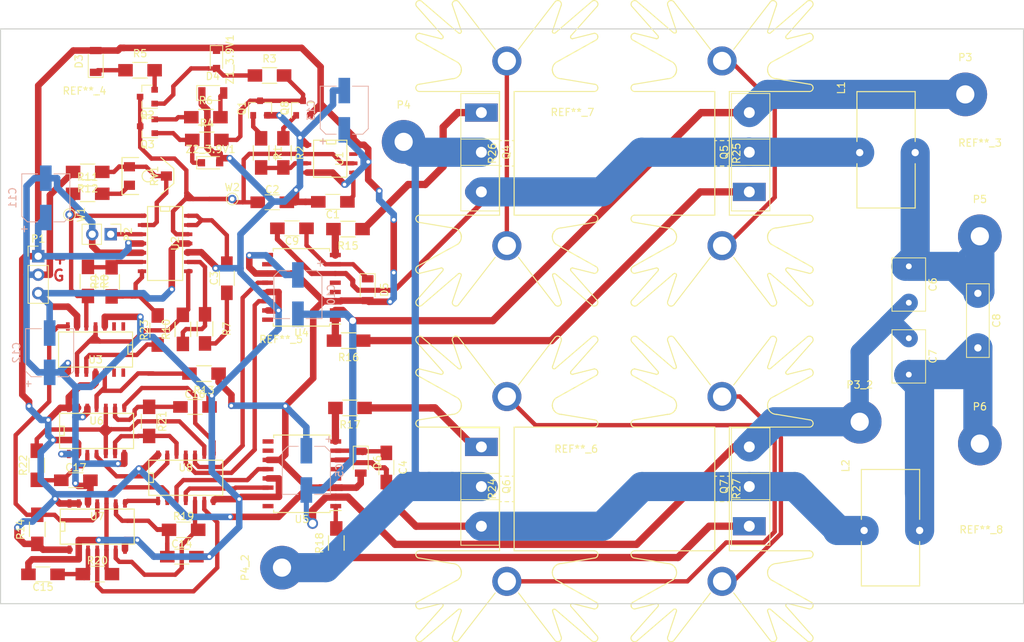
<source format=kicad_pcb>
(kicad_pcb (version 20171130) (host pcbnew "(5.1.12)-1")
  (title_block (title "Etapa de amplificación Clase-D") (date 2017-03-28) (rev 2) (company "Universidad de Cantabria") (comment 1 "Alumno: Jairo Estefanía Vilumbrales") (comment 2 "Director: Christian Brañas"))
  (layers (0 F.Cu signal) (31 B.Cu signal) (34 B.Paste user hide) (35 F.Paste user hide) (36 B.SilkS user hide) (37 F.SilkS user hide) (38 B.Mask user hide) (39 F.Mask user hide) (44 Edge.Cuts user))
  (net 0 "")
  (net 1 "Net-(C1-Pad1)")
  (net 2 GND)
  (net 3 "/Operational Amplifiers/triangular_signal")
  (net 4 "Net-(C3-Pad1)")
  (net 5 "Net-(C3-Pad2)")
  (net 6 "Net-(Q1-Pad1)")
  (net 7 "Net-(Q1-Pad3)")
  (net 8 "Net-(Q2-Pad2)")
  (net 9 "Net-(Q3-Pad2)")
  (net 10 "Net-(R1-Pad2)")
  (net 11 VCC)
  (net 12 "Net-(R10-Pad1)")
  (net 13 "Net-(R8-Pad1)")
  (net 14 "/Operational Amplifiers/triangular_filtered")
  (net 15 "/Operational Amplifiers/audio_no_inv")
  (net 16 "Net-(R11-Pad2)")
  (net 17 "Net-(C4-Pad1)")
  (net 18 "Net-(C4-Pad2)")
  (net 19 "Net-(C6-Pad1)")
  (net 20 VEE)
  (net 21 GNDPWR)
  (net 22 "/Operational Amplifiers/audio_inv")
  (net 23 "Net-(R15-Pad2)")
  (net 24 "Net-(R16-Pad2)")
  (net 25 "Net-(R17-Pad2)")
  (net 26 "Net-(R18-Pad2)")
  (net 27 "Net-(C7-Pad2)")
  (net 28 "Net-(D3-Pad1)")
  (net 29 "Net-(D4-Pad2)")
  (net 30 "/Operational Amplifiers/audio_in")
  (net 31 "Net-(C9-Pad1)")
  (net 32 "Net-(C9-Pad2)")
  (net 33 "Net-(C14-Pad1)")
  (net 34 "Net-(C15-Pad1)")
  (net 35 "Net-(C16-Pad1)")
  (net 36 "Net-(C17-Pad1)")
  (net 37 "/Operational Amplifiers/PWM_positive")
  (net 38 "/Operational Amplifiers/PWM_negative")
  (net 39 "Net-(R19-Pad2)")
  (net 40 "Net-(R20-Pad2)")
  (net 41 "Net-(R21-Pad2)")
  (net 42 "Net-(R22-Pad2)")
  (net 43 "/Mosfets and drivers/Hin_positive")
  (net 44 "/Mosfets and drivers/Lin_positive")
  (net 45 "/Mosfets and drivers/Hin_negative")
  (net 46 "/Mosfets and drivers/Lin_negative")
  (net 47 "Net-(U7-Pad8)")
  (net 48 "Net-(R12-Pad1)")
  (net 49 -12VA)
  (net 50 "Net-(R23-Pad2)")
  (net 51 "Net-(Q2-Pad1)")
  (net 52 "Net-(Q3-Pad1)")
  (net 53 "Net-(Q4-Pad1)")
  (net 54 "Net-(Q5-Pad1)")
  (net 55 "Net-(Q6-Pad1)")
  (net 56 "Net-(Q7-Pad1)")
  (net 57 "Net-(R24-Pad1)")
  (net 58 "Net-(R25-Pad1)")
  (net 59 "Net-(R26-Pad1)")
  (net 60 "Net-(R27-Pad1)")
  (net 61 "Net-(U7-Pad4)")
  (net 62 "Net-(U6-Pad4)")
  (net 63 "Net-(U6-Pad8)")
  (net 64 "Net-(Q8-Pad1)")
  (module Mounting_Holes:MountingHole_2.5mm (layer F.Cu) (at 211.63 138.83)
    (fp_text reference REF**_8 (at 0 -3.5) (layer F.SilkS))
    (fp_text value MountingHole_2.5mm)
    (pad 1 np_thru_hole circle (at 0 0) (size 2.5 2.5) (drill 2.5) (layers *.Cu *.Mask))
  )
  (module Mounting_Holes:MountingHole_2.5mm (layer F.Cu) (at 155.48 81.46)
    (fp_text reference REF**_7 (at 0 -3.5) (layer F.SilkS))
    (fp_text value MountingHole_2.5mm)
    (pad 1 np_thru_hole circle (at 0 0) (size 2.5 2.5) (drill 2.5) (layers *.Cu *.Mask))
  )
  (module Mounting_Holes:MountingHole_2.5mm (layer F.Cu) (at 155.99 127.74)
    (fp_text reference REF**_6 (at 0 -3.5) (layer F.SilkS))
    (fp_text value MountingHole_2.5mm)
    (pad 1 np_thru_hole circle (at 0 0) (size 2.5 2.5) (drill 2.5) (layers *.Cu *.Mask))
  )
  (module Mounting_Holes:MountingHole_2.5mm (layer F.Cu) (at 115.46 112.67)
    (fp_text reference REF**_5 (at 0 -3.5) (layer F.SilkS))
    (fp_text value MountingHole_2.5mm)
    (pad 1 np_thru_hole circle (at 0 0) (size 2.5 2.5) (drill 2.5) (layers *.Cu *.Mask))
  )
  (module Capacitors_SMD:CP_Elec_6.3x5.8 (layer B.Cu) (at 124.141 77.6728 90)
    (fp_text reference C13 (at 0 -4.56 90) (layer B.SilkS) (effects (justify mirror)))
    (fp_text value 22u)
    (fp_text user + (at -4.28 -3.01 90) (layer B.SilkS) (effects (justify mirror)))
    (pad 1 smd rect (at -2.7 0 270) (size 3.5 1.6) (layers B.Cu B.Paste B.Mask) (net 11 VCC))
    (pad 2 smd rect (at 2.7 0 270) (size 3.5 1.6) (layers B.Cu B.Paste B.Mask) (net 2 GND))
  )
  (module Resistors_SMD:R_1206_HandSoldering (layer F.Cu) (at 96.09 72.18)
    (fp_text reference R5 (at 0 -2.3) (layer F.SilkS))
    (fp_text value 4.7)
    (pad 1 smd rect (at -2 0) (size 2 1.7) (layers F.Cu F.Paste F.Mask) (net 28 "Net-(D3-Pad1)"))
    (pad 2 smd rect (at 2 0) (size 2 1.7) (layers F.Cu F.Paste F.Mask) (net 8 "Net-(Q2-Pad2)"))
  )
  (module Wire_Pads:SolderWirePad_single_2-5mmDrill (layer F.Cu) (at 194.93 120.5)
    (fp_text reference P3_2 (at 0 -5.08) (layer F.SilkS))
    (fp_text value CONN_01X01)
    (pad 1 thru_hole circle (at 0 0) (size 5.99948 5.99948) (drill 2.49936) (layers *.Cu *.Mask) (net 21 GNDPWR))
  )
  (module Wire_Pads:SolderWirePad_single_2-5mmDrill (layer F.Cu) (at 115.586 140.55 90)
    (fp_text reference P4_2 (at 0 -5.08 90) (layer F.SilkS))
    (fp_text value CONN_01X01)
    (pad 1 thru_hole circle (at 0 0 90) (size 5.99948 5.99948) (drill 2.49936) (layers *.Cu *.Mask) (net 20 VEE))
  )
  (module TO_SOT_Packages_SMD:SOT-23 (layer F.Cu) (at 112.58 77.3752 90)
    (fp_text reference Q1 (at 0 -2.5 90) (layer F.SilkS))
    (fp_text value MMBT3904)
    (pad 1 smd rect (at -1 -0.95 90) (size 0.9 0.8) (layers F.Cu F.Paste F.Mask) (net 6 "Net-(Q1-Pad1)"))
    (pad 2 smd rect (at -1 0.95 90) (size 0.9 0.8) (layers F.Cu F.Paste F.Mask) (net 2 GND))
    (pad 3 smd rect (at 1 0 90) (size 0.9 0.8) (layers F.Cu F.Paste F.Mask) (net 7 "Net-(Q1-Pad3)"))
  )
  (module TO_SOT_Packages_SMD:SOT-23 (layer F.Cu) (at 97.0925 75.8155 180)
    (fp_text reference Q2 (at 0 -2.5 180) (layer F.SilkS))
    (fp_text value MMBT3906)
    (pad 1 smd rect (at -1 -0.95 180) (size 0.9 0.8) (layers F.Cu F.Paste F.Mask) (net 51 "Net-(Q2-Pad1)"))
    (pad 2 smd rect (at -1 0.95 180) (size 0.9 0.8) (layers F.Cu F.Paste F.Mask) (net 8 "Net-(Q2-Pad2)"))
    (pad 3 smd rect (at 1 0 180) (size 0.9 0.8) (layers F.Cu F.Paste F.Mask) (net 3 "/Operational Amplifiers/triangular_signal"))
  )
  (module TO_SOT_Packages_SMD:SOT-23 (layer F.Cu) (at 97.1085 79.8795 180)
    (fp_text reference Q3 (at 0 -2.5 180) (layer F.SilkS))
    (fp_text value MMBT3904)
    (pad 1 smd rect (at -1 -0.95 180) (size 0.9 0.8) (layers F.Cu F.Paste F.Mask) (net 52 "Net-(Q3-Pad1)"))
    (pad 2 smd rect (at -1 0.95 180) (size 0.9 0.8) (layers F.Cu F.Paste F.Mask) (net 9 "Net-(Q3-Pad2)"))
    (pad 3 smd rect (at 1 0 180) (size 0.9 0.8) (layers F.Cu F.Paste F.Mask) (net 3 "/Operational Amplifiers/triangular_signal"))
  )
  (module Capacitors_SMD:C_1206_HandSoldering (layer F.Cu) (at 129.919 126.776 270)
    (fp_text reference C4 (at 0 -2.3 270) (layer F.SilkS))
    (fp_text value 100n)
    (pad 1 smd rect (at -2 0 270) (size 2 1.6) (layers F.Cu F.Paste F.Mask) (net 17 "Net-(C4-Pad1)"))
    (pad 2 smd rect (at 2 0 270) (size 2 1.6) (layers F.Cu F.Paste F.Mask) (net 18 "Net-(C4-Pad2)"))
  )
  (module Resistors_SMD:R_1206_HandSoldering (layer F.Cu) (at 112.72 83.54 270)
    (fp_text reference R1 (at 0 -2.3 270) (layer F.SilkS))
    (fp_text value 4.7k)
    (pad 1 smd rect (at -2 0 270) (size 2 1.7) (layers F.Cu F.Paste F.Mask) (net 6 "Net-(Q1-Pad1)"))
    (pad 2 smd rect (at 2 0 270) (size 2 1.7) (layers F.Cu F.Paste F.Mask) (net 10 "Net-(R1-Pad2)"))
  )
  (module Resistors_SMD:R_1206_HandSoldering (layer F.Cu) (at 115.77 83.54 270)
    (fp_text reference R2 (at 0 -2.3 270) (layer F.SilkS))
    (fp_text value 4.7k)
    (pad 1 smd rect (at -2 0 270) (size 2 1.7) (layers F.Cu F.Paste F.Mask) (net 64 "Net-(Q8-Pad1)"))
    (pad 2 smd rect (at 2 0 270) (size 2 1.7) (layers F.Cu F.Paste F.Mask) (net 10 "Net-(R1-Pad2)"))
  )
  (module Resistors_SMD:R_1206_HandSoldering (layer F.Cu) (at 113.87 72.9)
    (fp_text reference R3 (at 0 -2.3) (layer F.SilkS))
    (fp_text value 100k)
    (pad 1 smd rect (at -2 0) (size 2 1.7) (layers F.Cu F.Paste F.Mask) (net 51 "Net-(Q2-Pad1)"))
    (pad 2 smd rect (at 2 0) (size 2 1.7) (layers F.Cu F.Paste F.Mask) (net 7 "Net-(Q1-Pad3)"))
  )
  (module Resistors_SMD:R_1206_HandSoldering (layer F.Cu) (at 105.259 81.7536)
    (fp_text reference R4 (at 0 -2.3) (layer F.SilkS))
    (fp_text value 100k)
    (pad 1 smd rect (at -2 0) (size 2 1.7) (layers F.Cu F.Paste F.Mask) (net 52 "Net-(Q3-Pad1)"))
    (pad 2 smd rect (at 2 0) (size 2 1.7) (layers F.Cu F.Paste F.Mask) (net 7 "Net-(Q1-Pad3)"))
  )
  (module Resistors_SMD:R_1206_HandSoldering (layer F.Cu) (at 105.128 78.6366)
    (fp_text reference R6 (at 0 -2.3) (layer F.SilkS))
    (fp_text value 4.7)
    (pad 1 smd rect (at -2 0) (size 2 1.7) (layers F.Cu F.Paste F.Mask) (net 9 "Net-(Q3-Pad2)"))
    (pad 2 smd rect (at 2 0) (size 2 1.7) (layers F.Cu F.Paste F.Mask) (net 29 "Net-(D4-Pad2)"))
  )
  (module Resistors_SMD:R_1206_HandSoldering (layer F.Cu) (at 105.011 107.729 270)
    (fp_text reference R7 (at 0 -3 270) (layer F.SilkS))
    (fp_text value 12k)
    (pad 1 smd rect (at -2 0 270) (size 2 1.7) (layers F.Cu F.Paste F.Mask) (net 12 "Net-(R10-Pad1)"))
    (pad 2 smd rect (at 2 0 270) (size 2 1.7) (layers F.Cu F.Paste F.Mask) (net 4 "Net-(C3-Pad1)"))
  )
  (module Resistors_SMD:R_1206_HandSoldering (layer F.Cu) (at 88.9332 101.211 270)
    (fp_text reference R8 (at 0 -2.3 270) (layer F.SilkS))
    (fp_text value 56k)
    (pad 1 smd rect (at -2 0 270) (size 2 1.7) (layers F.Cu F.Paste F.Mask) (net 13 "Net-(R8-Pad1)"))
    (pad 2 smd rect (at 2 0 270) (size 2 1.7) (layers F.Cu F.Paste F.Mask) (net 15 "/Operational Amplifiers/audio_no_inv"))
  )
  (module Resistors_SMD:R_1206_HandSoldering (layer F.Cu) (at 92.1844 101.264 90)
    (fp_text reference R9 (at 0 -2.3 90) (layer F.SilkS))
    (fp_text value 56k)
    (pad 1 smd rect (at -2 0 90) (size 2 1.7) (layers F.Cu F.Paste F.Mask) (net 50 "Net-(R23-Pad2)"))
    (pad 2 smd rect (at 2 0 90) (size 2 1.7) (layers F.Cu F.Paste F.Mask) (net 13 "Net-(R8-Pad1)"))
  )
  (module Resistors_SMD:R_1206_HandSoldering (layer F.Cu) (at 101.971 107.799 90)
    (fp_text reference R10 (at 0 -2.3 90) (layer F.SilkS))
    (fp_text value 12k)
    (pad 1 smd rect (at -2 0 90) (size 2 1.7) (layers F.Cu F.Paste F.Mask) (net 12 "Net-(R10-Pad1)"))
    (pad 2 smd rect (at 2 0 90) (size 2 1.7) (layers F.Cu F.Paste F.Mask) (net 14 "/Operational Amplifiers/triangular_filtered"))
  )
  (module Resistors_SMD:R_1206_HandSoldering (layer F.Cu) (at 88.8955 89.161)
    (fp_text reference R11 (at 0 -2.3) (layer F.SilkS))
    (fp_text value 0)
    (pad 1 smd rect (at -2 0) (size 2 1.7) (layers F.Cu F.Paste F.Mask) (net 15 "/Operational Amplifiers/audio_no_inv"))
    (pad 2 smd rect (at 2 0) (size 2 1.7) (layers F.Cu F.Paste F.Mask) (net 16 "Net-(R11-Pad2)"))
  )
  (module Resistors_SMD:R_1206_HandSoldering (layer F.Cu) (at 88.8955 86.1537 180)
    (fp_text reference R12 (at 0 -2.3 180) (layer F.SilkS))
    (fp_text value NC)
    (pad 1 smd rect (at -2 0 180) (size 2 1.7) (layers F.Cu F.Paste F.Mask) (net 48 "Net-(R12-Pad1)"))
    (pad 2 smd rect (at 2 0 180) (size 2 1.7) (layers F.Cu F.Paste F.Mask) (net 2 GND))
  )
  (module Resistors_SMD:R_1206_HandSoldering (layer F.Cu) (at 104.877 113.88 180)
    (fp_text reference R13 (at 0 -2.3 180) (layer F.SilkS))
    (fp_text value 1k2)
    (pad 1 smd rect (at -2 0 180) (size 2 1.7) (layers F.Cu F.Paste F.Mask) (net 11 VCC))
    (pad 2 smd rect (at 2 0 180) (size 2 1.7) (layers F.Cu F.Paste F.Mask) (net 37 "/Operational Amplifiers/PWM_positive"))
  )
  (module Resistors_SMD:R_1206_HandSoldering (layer F.Cu) (at 81.9766 135.281 90)
    (fp_text reference R14 (at 0 -2.3 90) (layer F.SilkS))
    (fp_text value 1k2)
    (pad 1 smd rect (at -2 0 90) (size 2 1.7) (layers F.Cu F.Paste F.Mask) (net 11 VCC))
    (pad 2 smd rect (at 2 0 90) (size 2 1.7) (layers F.Cu F.Paste F.Mask) (net 38 "/Operational Amplifiers/PWM_negative"))
  )
  (module Resistors_SMD:R_1206_HandSoldering (layer F.Cu) (at 124.649 94.0126 180)
    (fp_text reference R15 (at 0 -2.3 180) (layer F.SilkS))
    (fp_text value 10)
    (pad 1 smd rect (at -2 0 180) (size 2 1.7) (layers F.Cu F.Paste F.Mask) (net 53 "Net-(Q4-Pad1)"))
    (pad 2 smd rect (at 2 0 180) (size 2 1.7) (layers F.Cu F.Paste F.Mask) (net 23 "Net-(R15-Pad2)"))
  )
  (module Resistors_SMD:R_1206_HandSoldering (layer F.Cu) (at 124.73 109.347 180)
    (fp_text reference R16 (at 0 -2.3 180) (layer F.SilkS))
    (fp_text value 10)
    (pad 1 smd rect (at -2 0 180) (size 2 1.7) (layers F.Cu F.Paste F.Mask) (net 54 "Net-(Q5-Pad1)"))
    (pad 2 smd rect (at 2 0 180) (size 2 1.7) (layers F.Cu F.Paste F.Mask) (net 24 "Net-(R16-Pad2)"))
  )
  (module Resistors_SMD:R_1206_HandSoldering (layer F.Cu) (at 124.923 118.595 180)
    (fp_text reference R17 (at 0 -2.3 180) (layer F.SilkS))
    (fp_text value 10)
    (pad 1 smd rect (at -2 0 180) (size 2 1.7) (layers F.Cu F.Paste F.Mask) (net 55 "Net-(Q6-Pad1)"))
    (pad 2 smd rect (at 2 0 180) (size 2 1.7) (layers F.Cu F.Paste F.Mask) (net 25 "Net-(R17-Pad2)"))
  )
  (module Resistors_SMD:R_1206_HandSoldering (layer F.Cu) (at 123.043 137.162 90)
    (fp_text reference R18 (at 0 -2.3 90) (layer F.SilkS))
    (fp_text value 10)
    (pad 1 smd rect (at -2 0 90) (size 2 1.7) (layers F.Cu F.Paste F.Mask) (net 56 "Net-(Q7-Pad1)"))
    (pad 2 smd rect (at 2 0 90) (size 2 1.7) (layers F.Cu F.Paste F.Mask) (net 26 "Net-(R18-Pad2)"))
  )
  (module Diodes_SMD:D_1206 (layer F.Cu) (at 127.354 102.347 270)
    (fp_text reference D5 (at 0 -2.3 270) (layer F.SilkS))
    (fp_text value D)
    (pad 1 smd rect (at -1.5 0 270) (size 1 1.6) (layers F.Cu F.Paste F.Mask) (net 31 "Net-(C9-Pad1)"))
    (pad 2 smd rect (at 1.5 0 270) (size 1 1.6) (layers F.Cu F.Paste F.Mask) (net 11 VCC))
  )
  (module Diodes_SMD:D_1206 (layer F.Cu) (at 126.401 126.057 270)
    (fp_text reference D6 (at 0 -2.3 270) (layer F.SilkS))
    (fp_text value D)
    (pad 1 smd rect (at -1.5 0 270) (size 1 1.6) (layers F.Cu F.Paste F.Mask) (net 17 "Net-(C4-Pad1)"))
    (pad 2 smd rect (at 1.5 0 270) (size 1 1.6) (layers F.Cu F.Paste F.Mask) (net 11 VCC))
  )
  (module Pin_Headers:Pin_Header_Straight_1x02_Pitch2.54mm (layer F.Cu) (at 92.0604 94.7238 270)
    (fp_text reference P2 (at 0 -2.39 270) (layer F.SilkS))
    (fp_text value BNC)
    (pad 1 thru_hole rect (at 0 0 270) (size 1.7 1.7) (drill 1) (layers *.Cu *.Mask) (net 30 "/Operational Amplifiers/audio_in"))
    (pad 2 thru_hole oval (at 0 2.54 270) (size 1.7 1.7) (drill 1) (layers *.Cu *.Mask) (net 2 GND))
  )
  (module SMD_Packages:SOIC-14_N (layer F.Cu) (at 99.6559 95.9968 270)
    (fp_text reference U2 (at 0 -1.27 270) (layer F.SilkS))
    (fp_text value TL084)
    (pad 1 smd rect (at -3.81 3.302 270) (size 0.508 1.143) (layers F.Cu F.Paste F.Mask) (net 15 "/Operational Amplifiers/audio_no_inv"))
    (pad 2 smd rect (at -2.54 3.302 270) (size 0.508 1.143) (layers F.Cu F.Paste F.Mask) (net 48 "Net-(R12-Pad1)"))
    (pad 3 smd rect (at -1.27 3.302 270) (size 0.508 1.143) (layers F.Cu F.Paste F.Mask) (net 30 "/Operational Amplifiers/audio_in"))
    (pad 4 smd rect (at 0 3.302 270) (size 0.508 1.143) (layers F.Cu F.Paste F.Mask) (net 11 VCC))
    (pad 5 smd rect (at 1.27 3.302 270) (size 0.508 1.143) (layers F.Cu F.Paste F.Mask) (net 2 GND))
    (pad 6 smd rect (at 2.54 3.302 270) (size 0.508 1.143) (layers F.Cu F.Paste F.Mask) (net 13 "Net-(R8-Pad1)"))
    (pad 7 smd rect (at 3.81 3.302 270) (size 0.508 1.143) (layers F.Cu F.Paste F.Mask) (net 50 "Net-(R23-Pad2)"))
    (pad 8 smd rect (at 3.81 -3.048 270) (size 0.508 1.143) (layers F.Cu F.Paste F.Mask) (net 14 "/Operational Amplifiers/triangular_filtered"))
    (pad 9 smd rect (at 2.54 -3.048 270) (size 0.508 1.143) (layers F.Cu F.Paste F.Mask) (net 12 "Net-(R10-Pad1)"))
    (pad 11 smd rect (at 0 -3.048 270) (size 0.508 1.143) (layers F.Cu F.Paste F.Mask) (net 49 -12VA))
    (pad 12 smd rect (at -1.27 -3.048 270) (size 0.508 1.143) (layers F.Cu F.Paste F.Mask) (net 3 "/Operational Amplifiers/triangular_signal"))
    (pad 13 smd rect (at -2.54 -3.048 270) (size 0.508 1.143) (layers F.Cu F.Paste F.Mask) (net 5 "Net-(C3-Pad2)"))
    (pad 14 smd rect (at -3.81 -3.048 270) (size 0.508 1.143) (layers F.Cu F.Paste F.Mask) (net 5 "Net-(C3-Pad2)"))
    (pad 10 smd rect (at 1.27 -3.048 270) (size 0.508 1.143) (layers F.Cu F.Paste F.Mask) (net 2 GND))
  )
  (module SMD_Packages:SOIC-14_N (layer F.Cu) (at 89.9776 110.7 180)
    (fp_text reference U3 (at 0 -1.27 180) (layer F.SilkS))
    (fp_text value LM319)
    (pad 1 smd rect (at -3.81 3.302 180) (size 0.508 1.143) (layers F.Cu F.Paste F.Mask))
    (pad 2 smd rect (at -2.54 3.302 180) (size 0.508 1.143) (layers F.Cu F.Paste F.Mask))
    (pad 3 smd rect (at -1.27 3.302 180) (size 0.508 1.143) (layers F.Cu F.Paste F.Mask) (net 2 GND))
    (pad 4 smd rect (at 0 3.302 180) (size 0.508 1.143) (layers F.Cu F.Paste F.Mask) (net 14 "/Operational Amplifiers/triangular_filtered"))
    (pad 5 smd rect (at 1.27 3.302 180) (size 0.508 1.143) (layers F.Cu F.Paste F.Mask) (net 15 "/Operational Amplifiers/audio_no_inv"))
    (pad 6 smd rect (at 2.54 3.302 180) (size 0.508 1.143) (layers F.Cu F.Paste F.Mask) (net 49 -12VA))
    (pad 7 smd rect (at 3.81 3.302 180) (size 0.508 1.143) (layers F.Cu F.Paste F.Mask) (net 38 "/Operational Amplifiers/PWM_negative"))
    (pad 8 smd rect (at 3.81 -3.048 180) (size 0.508 1.143) (layers F.Cu F.Paste F.Mask) (net 2 GND))
    (pad 9 smd rect (at 2.54 -3.048 180) (size 0.508 1.143) (layers F.Cu F.Paste F.Mask) (net 14 "/Operational Amplifiers/triangular_filtered"))
    (pad 11 smd rect (at 0 -3.048 180) (size 0.508 1.143) (layers F.Cu F.Paste F.Mask) (net 11 VCC))
    (pad 12 smd rect (at -1.27 -3.048 180) (size 0.508 1.143) (layers F.Cu F.Paste F.Mask) (net 37 "/Operational Amplifiers/PWM_positive"))
    (pad 13 smd rect (at -2.54 -3.048 180) (size 0.508 1.143) (layers F.Cu F.Paste F.Mask))
    (pad 14 smd rect (at -3.81 -3.048 180) (size 0.508 1.143) (layers F.Cu F.Paste F.Mask))
    (pad 10 smd rect (at 1.27 -3.048 180) (size 0.508 1.143) (layers F.Cu F.Paste F.Mask) (net 22 "/Operational Amplifiers/audio_inv"))
  )
  (module Pin_Headers:Pin_Header_Straight_1x03_Pitch2.54mm (layer F.Cu) (at 82.1036 97.7464)
    (fp_text reference P1 (at 0 -2.39) (layer F.SilkS))
    (fp_text value CONN_01X03)
    (pad 1 thru_hole rect (at 0 0) (size 1.7 1.7) (drill 1) (layers *.Cu *.Mask) (net 11 VCC))
    (pad 2 thru_hole oval (at 0 2.54) (size 1.7 1.7) (drill 1) (layers *.Cu *.Mask) (net 2 GND))
    (pad 3 thru_hole oval (at 0 5.08) (size 1.7 1.7) (drill 1) (layers *.Cu *.Mask) (net 49 -12VA))
  )
  (module Wire_Pads:SolderWirePad_single_2-5mmDrill (layer F.Cu) (at 209.43 75.5)
    (fp_text reference P3 (at 0 -5.08) (layer F.SilkS))
    (fp_text value CONN_01X01)
    (pad 1 thru_hole circle (at 0 0) (size 5.99948 5.99948) (drill 2.49936) (layers *.Cu *.Mask) (net 21 GNDPWR))
  )
  (module Wire_Pads:SolderWirePad_single_2-5mmDrill (layer F.Cu) (at 132.294 82.0238)
    (fp_text reference P4 (at 0 -5.08) (layer F.SilkS))
    (fp_text value CONN_01X01)
    (pad 1 thru_hole circle (at 0 0) (size 5.99948 5.99948) (drill 2.49936) (layers *.Cu *.Mask) (net 20 VEE))
  )
  (module Connect:PINTST (layer F.Cu) (at 86.3962 92.0314 270)
    (fp_text reference W1 (at 0 -1.6 270) (layer F.SilkS))
    (fp_text value TEST_1P)
    (pad 1 thru_hole circle (at 0 0 270) (size 1.143 1.143) (drill 0.635) (layers *.Cu *.Mask) (net 15 "/Operational Amplifiers/audio_no_inv"))
  )
  (module Connect:PINTST (layer F.Cu) (at 108.748 89.8724)
    (fp_text reference W2 (at 0 -1.6) (layer F.SilkS))
    (fp_text value TEST_1P)
    (pad 1 thru_hole circle (at 0 0) (size 1.143 1.143) (drill 0.635) (layers *.Cu *.Mask) (net 3 "/Operational Amplifiers/triangular_signal"))
  )
  (module TO_SOT_Packages_THT:TO-247_TO-3P_Vertical (layer F.Cu) (at 142.968 123.953 270)
    (fp_text reference Q6 (at 5.45 -3.45 270) (layer F.SilkS))
    (fp_text value Q_NMOS_GDS)
    (pad 1 thru_hole rect (at 0 0 270) (size 2.5 4.5) (drill 1.5) (layers *.Cu *.Mask) (net 55 "Net-(Q6-Pad1)"))
    (pad 2 thru_hole oval (at 5.45 0 270) (size 2.5 4.5) (drill 1.5) (layers *.Cu *.Mask) (net 20 VEE))
    (pad 3 thru_hole oval (at 10.9 0 270) (size 2.5 4.5) (drill 1.5) (layers *.Cu *.Mask) (net 18 "Net-(C4-Pad2)"))
  )
  (module TO_SOT_Packages_THT:TO-247_TO-3P_Vertical (layer F.Cu) (at 179.767 134.853 90)
    (fp_text reference Q7 (at 5.45 -3.45 90) (layer F.SilkS))
    (fp_text value Q_NMOS_GDS)
    (pad 1 thru_hole rect (at 0 0 90) (size 2.5 4.5) (drill 1.5) (layers *.Cu *.Mask) (net 56 "Net-(Q7-Pad1)"))
    (pad 2 thru_hole oval (at 5.45 0 90) (size 2.5 4.5) (drill 1.5) (layers *.Cu *.Mask) (net 18 "Net-(C4-Pad2)"))
    (pad 3 thru_hole oval (at 10.9 0 90) (size 2.5 4.5) (drill 1.5) (layers *.Cu *.Mask) (net 21 GNDPWR))
  )
  (module Capacitors_SMD:C_1206_HandSoldering (layer F.Cu) (at 101.829 139.039)
    (fp_text reference C14 (at 0 -1.75) (layer F.SilkS))
    (fp_text value 100p)
    (pad 1 smd rect (at -2 0) (size 2 1.6) (layers F.Cu F.Paste F.Mask) (net 33 "Net-(C14-Pad1)"))
    (pad 2 smd rect (at 2 0) (size 2 1.6) (layers F.Cu F.Paste F.Mask) (net 2 GND))
  )
  (module Capacitors_SMD:C_1206_HandSoldering (layer F.Cu) (at 82.7589 141.47 180)
    (fp_text reference C15 (at 0 -1.75 180) (layer F.SilkS))
    (fp_text value 100p)
    (pad 1 smd rect (at -2 0 180) (size 2 1.6) (layers F.Cu F.Paste F.Mask) (net 34 "Net-(C15-Pad1)"))
    (pad 2 smd rect (at 2 0 180) (size 2 1.6) (layers F.Cu F.Paste F.Mask) (net 2 GND))
  )
  (module Capacitors_SMD:C_1206_HandSoldering (layer F.Cu) (at 103.635 118.46)
    (fp_text reference C16 (at 0 -1.75) (layer F.SilkS))
    (fp_text value 100p)
    (pad 1 smd rect (at -2 0) (size 2 1.6) (layers F.Cu F.Paste F.Mask) (net 35 "Net-(C16-Pad1)"))
    (pad 2 smd rect (at 2 0) (size 2 1.6) (layers F.Cu F.Paste F.Mask) (net 2 GND))
  )
  (module Capacitors_SMD:C_1206_HandSoldering (layer F.Cu) (at 87.27 128.539)
    (fp_text reference C17 (at 0 -1.75) (layer F.SilkS))
    (fp_text value 100p)
    (pad 1 smd rect (at -2 0) (size 2 1.6) (layers F.Cu F.Paste F.Mask) (net 36 "Net-(C17-Pad1)"))
    (pad 2 smd rect (at 2 0) (size 2 1.6) (layers F.Cu F.Paste F.Mask) (net 2 GND))
  )
  (module Resistors_SMD:R_1206_HandSoldering (layer F.Cu) (at 102.071 135.349)
    (fp_text reference R19 (at 0 -1.85) (layer F.SilkS))
    (fp_text value 3300)
    (pad 1 smd rect (at -2 0) (size 2 1.7) (layers F.Cu F.Paste F.Mask) (net 33 "Net-(C14-Pad1)"))
    (pad 2 smd rect (at 2 0) (size 2 1.7) (layers F.Cu F.Paste F.Mask) (net 39 "Net-(R19-Pad2)"))
  )
  (module Resistors_SMD:R_1206_HandSoldering (layer F.Cu) (at 90.2316 141.437)
    (fp_text reference R20 (at 0 -1.85) (layer F.SilkS))
    (fp_text value 3300)
    (pad 1 smd rect (at -2 0) (size 2 1.7) (layers F.Cu F.Paste F.Mask) (net 34 "Net-(C15-Pad1)"))
    (pad 2 smd rect (at 2 0) (size 2 1.7) (layers F.Cu F.Paste F.Mask) (net 40 "Net-(R20-Pad2)"))
  )
  (module Resistors_SMD:R_1206_HandSoldering (layer F.Cu) (at 97.336 120.446 270)
    (fp_text reference R21 (at 0 -1.85 270) (layer F.SilkS))
    (fp_text value 3300)
    (pad 1 smd rect (at -2 0 270) (size 2 1.7) (layers F.Cu F.Paste F.Mask) (net 35 "Net-(C16-Pad1)"))
    (pad 2 smd rect (at 2 0 270) (size 2 1.7) (layers F.Cu F.Paste F.Mask) (net 41 "Net-(R21-Pad2)"))
  )
  (module Resistors_SMD:R_1206_HandSoldering (layer F.Cu) (at 81.9029 126.478 90)
    (fp_text reference R22 (at 0 -1.85 90) (layer F.SilkS))
    (fp_text value 3300)
    (pad 1 smd rect (at -2 0 90) (size 2 1.7) (layers F.Cu F.Paste F.Mask) (net 36 "Net-(C17-Pad1)"))
    (pad 2 smd rect (at 2 0 90) (size 2 1.7) (layers F.Cu F.Paste F.Mask) (net 42 "Net-(R22-Pad2)"))
  )
  (module Capacitors_SMD:C_1206_HandSoldering (layer F.Cu) (at 122.569 90.2695 180)
    (fp_text reference C1 (at 0 -1.75 180) (layer F.SilkS))
    (fp_text value 10n)
    (pad 1 smd rect (at -2 0 180) (size 2 1.6) (layers F.Cu F.Paste F.Mask) (net 1 "Net-(C1-Pad1)"))
    (pad 2 smd rect (at 2 0 180) (size 2 1.6) (layers F.Cu F.Paste F.Mask) (net 2 GND))
  )
  (module Capacitors_SMD:C_1206_HandSoldering (layer F.Cu) (at 114.253 90.3296)
    (fp_text reference C2 (at 0 -1.75) (layer F.SilkS))
    (fp_text value 10n)
    (pad 1 smd rect (at -2 0) (size 2 1.6) (layers F.Cu F.Paste F.Mask) (net 3 "/Operational Amplifiers/triangular_signal"))
    (pad 2 smd rect (at 2 0) (size 2 1.6) (layers F.Cu F.Paste F.Mask) (net 2 GND))
  )
  (module Capacitors_SMD:C_1206_HandSoldering (layer F.Cu) (at 108.012 100.769 90)
    (fp_text reference C3 (at 0 -1.75 90) (layer F.SilkS))
    (fp_text value 10n)
    (pad 1 smd rect (at -2 0 90) (size 2 1.6) (layers F.Cu F.Paste F.Mask) (net 4 "Net-(C3-Pad1)"))
    (pad 2 smd rect (at 2 0 90) (size 2 1.6) (layers F.Cu F.Paste F.Mask) (net 5 "Net-(C3-Pad2)"))
  )
  (module Capacitors_SMD:C_1206_HandSoldering (layer F.Cu) (at 116.952 93.911 180)
    (fp_text reference C9 (at 0 -1.75 180) (layer F.SilkS))
    (fp_text value 100n)
    (pad 1 smd rect (at -2 0 180) (size 2 1.6) (layers F.Cu F.Paste F.Mask) (net 31 "Net-(C9-Pad1)"))
    (pad 2 smd rect (at 2 0 180) (size 2 1.6) (layers F.Cu F.Paste F.Mask) (net 32 "Net-(C9-Pad2)"))
  )
  (module SMD_Packages:POT_SMD (layer F.Cu) (at 97.17 86.72 270)
    (fp_text reference RV1 (at 0 -0.88646 270) (layer F.SilkS))
    (fp_text value POT)
    (pad 1 smd rect (at -1.27 2.54 270) (size 1.27 1.524) (layers F.Cu F.Paste F.Mask) (net 48 "Net-(R12-Pad1)"))
    (pad 2 smd rect (at 0 -2.54 270) (size 1.27 1.524) (layers F.Cu F.Paste F.Mask) (net 48 "Net-(R12-Pad1)"))
    (pad 3 smd rect (at 1.27 2.54 270) (size 1.27 1.524) (layers F.Cu F.Paste F.Mask) (net 16 "Net-(R11-Pad2)"))
  )
  (module SMD_Packages:SOIC-8-N (layer F.Cu) (at 122.209 84.3395 270)
    (fp_text reference U1 (at 0 -1.27 270) (layer F.SilkS))
    (fp_text value TLC555)
    (pad 8 smd rect (at -1.905 -3.175 270) (size 0.508 1.143) (layers F.Cu F.Paste F.Mask) (net 11 VCC))
    (pad 7 smd rect (at -0.635 -3.175 270) (size 0.508 1.143) (layers F.Cu F.Paste F.Mask))
    (pad 6 smd rect (at 0.635 -3.175 270) (size 0.508 1.143) (layers F.Cu F.Paste F.Mask) (net 3 "/Operational Amplifiers/triangular_signal"))
    (pad 5 smd rect (at 1.905 -3.175 270) (size 0.508 1.143) (layers F.Cu F.Paste F.Mask) (net 1 "Net-(C1-Pad1)"))
    (pad 4 smd rect (at 1.905 3.175 270) (size 0.508 1.143) (layers F.Cu F.Paste F.Mask) (net 11 VCC))
    (pad 3 smd rect (at 0.635 3.175 270) (size 0.508 1.143) (layers F.Cu F.Paste F.Mask) (net 10 "Net-(R1-Pad2)"))
    (pad 2 smd rect (at -0.635 3.175 270) (size 0.508 1.143) (layers F.Cu F.Paste F.Mask) (net 3 "/Operational Amplifiers/triangular_signal"))
    (pad 1 smd rect (at -1.905 3.175 270) (size 0.508 1.143) (layers F.Cu F.Paste F.Mask) (net 2 GND))
  )
  (module SMD_Packages:SOIC-14_N (layer F.Cu) (at 90.1173 121.63)
    (fp_text reference U6 (at 0 -1.27) (layer F.SilkS))
    (fp_text value 40106)
    (pad 1 smd rect (at -3.81 3.302) (size 0.508 1.143) (layers F.Cu F.Paste F.Mask) (net 2 GND))
    (pad 2 smd rect (at -2.54 3.302) (size 0.508 1.143) (layers F.Cu F.Paste F.Mask) (net 11 VCC))
    (pad 3 smd rect (at -1.27 3.302) (size 0.508 1.143) (layers F.Cu F.Paste F.Mask) (net 36 "Net-(C17-Pad1)"))
    (pad 4 smd rect (at 0 3.302) (size 0.508 1.143) (layers F.Cu F.Paste F.Mask) (net 62 "Net-(U6-Pad4)"))
    (pad 5 smd rect (at 1.27 3.302) (size 0.508 1.143) (layers F.Cu F.Paste F.Mask) (net 42 "Net-(R22-Pad2)"))
    (pad 6 smd rect (at 2.54 3.302) (size 0.508 1.143) (layers F.Cu F.Paste F.Mask) (net 41 "Net-(R21-Pad2)"))
    (pad 7 smd rect (at 3.81 3.302) (size 0.508 1.143) (layers F.Cu F.Paste F.Mask) (net 2 GND))
    (pad 8 smd rect (at 3.81 -3.048) (size 0.508 1.143) (layers F.Cu F.Paste F.Mask) (net 63 "Net-(U6-Pad8)"))
    (pad 9 smd rect (at 2.54 -3.048) (size 0.508 1.143) (layers F.Cu F.Paste F.Mask) (net 35 "Net-(C16-Pad1)"))
    (pad 11 smd rect (at 0 -3.048) (size 0.508 1.143) (layers F.Cu F.Paste F.Mask) (net 37 "/Operational Amplifiers/PWM_positive"))
    (pad 12 smd rect (at -1.27 -3.048) (size 0.508 1.143) (layers F.Cu F.Paste F.Mask) (net 2 GND))
    (pad 13 smd rect (at -2.54 -3.048) (size 0.508 1.143) (layers F.Cu F.Paste F.Mask) (net 11 VCC))
    (pad 14 smd rect (at -3.81 -3.048) (size 0.508 1.143) (layers F.Cu F.Paste F.Mask) (net 11 VCC))
    (pad 10 smd rect (at 1.27 -3.048) (size 0.508 1.143) (layers F.Cu F.Paste F.Mask) (net 42 "Net-(R22-Pad2)"))
  )
  (module SMD_Packages:SOIC-14_N (layer F.Cu) (at 102.37 128.071)
    (fp_text reference U8 (at 0 -1.27) (layer F.SilkS))
    (fp_text value 14081)
    (pad 1 smd rect (at -3.81 3.302) (size 0.508 1.143) (layers F.Cu F.Paste F.Mask) (net 47 "Net-(U7-Pad8)"))
    (pad 2 smd rect (at -2.54 3.302) (size 0.508 1.143) (layers F.Cu F.Paste F.Mask) (net 40 "Net-(R20-Pad2)"))
    (pad 3 smd rect (at -1.27 3.302) (size 0.508 1.143) (layers F.Cu F.Paste F.Mask) (net 45 "/Mosfets and drivers/Hin_negative"))
    (pad 4 smd rect (at 0 3.302) (size 0.508 1.143) (layers F.Cu F.Paste F.Mask) (net 46 "/Mosfets and drivers/Lin_negative"))
    (pad 5 smd rect (at 1.27 3.302) (size 0.508 1.143) (layers F.Cu F.Paste F.Mask) (net 39 "Net-(R19-Pad2)"))
    (pad 6 smd rect (at 2.54 3.302) (size 0.508 1.143) (layers F.Cu F.Paste F.Mask) (net 61 "Net-(U7-Pad4)"))
    (pad 7 smd rect (at 3.81 3.302) (size 0.508 1.143) (layers F.Cu F.Paste F.Mask) (net 2 GND))
    (pad 8 smd rect (at 3.81 -3.048) (size 0.508 1.143) (layers F.Cu F.Paste F.Mask) (net 63 "Net-(U6-Pad8)"))
    (pad 9 smd rect (at 2.54 -3.048) (size 0.508 1.143) (layers F.Cu F.Paste F.Mask) (net 42 "Net-(R22-Pad2)"))
    (pad 11 smd rect (at 0 -3.048) (size 0.508 1.143) (layers F.Cu F.Paste F.Mask) (net 44 "/Mosfets and drivers/Lin_positive"))
    (pad 12 smd rect (at -1.27 -3.048) (size 0.508 1.143) (layers F.Cu F.Paste F.Mask) (net 41 "Net-(R21-Pad2)"))
    (pad 13 smd rect (at -2.54 -3.048) (size 0.508 1.143) (layers F.Cu F.Paste F.Mask) (net 62 "Net-(U6-Pad4)"))
    (pad 14 smd rect (at -3.81 -3.048) (size 0.508 1.143) (layers F.Cu F.Paste F.Mask) (net 11 VCC))
    (pad 10 smd rect (at 1.27 -3.048) (size 0.508 1.143) (layers F.Cu F.Paste F.Mask) (net 43 "/Mosfets and drivers/Hin_positive"))
  )
  (module Housings_SOIC:SOIC-16W_7.5x10.3mm_Pitch1.27mm (layer F.Cu) (at 118.258 102.022 180)
    (fp_text reference U4 (at 0 -6.25 180) (layer F.SilkS))
    (fp_text value ir2010_SOIC)
    (pad 1 smd rect (at -4.65 -4.445 180) (size 1.5 0.6) (layers F.Cu F.Paste F.Mask) (net 24 "Net-(R16-Pad2)"))
    (pad 2 smd rect (at -4.65 -3.175 180) (size 1.5 0.6) (layers F.Cu F.Paste F.Mask) (net 21 GNDPWR))
    (pad 3 smd rect (at -4.65 -1.905 180) (size 1.5 0.6) (layers F.Cu F.Paste F.Mask) (net 11 VCC))
    (pad 4 smd rect (at -4.65 -0.635 180) (size 1.5 0.6) (layers F.Cu F.Paste F.Mask))
    (pad 5 smd rect (at -4.65 0.635 180) (size 1.5 0.6) (layers F.Cu F.Paste F.Mask))
    (pad 6 smd rect (at -4.65 1.905 180) (size 1.5 0.6) (layers F.Cu F.Paste F.Mask) (net 32 "Net-(C9-Pad2)"))
    (pad 7 smd rect (at -4.65 3.175 180) (size 1.5 0.6) (layers F.Cu F.Paste F.Mask) (net 31 "Net-(C9-Pad1)"))
    (pad 8 smd rect (at -4.65 4.445 180) (size 1.5 0.6) (layers F.Cu F.Paste F.Mask) (net 23 "Net-(R15-Pad2)"))
    (pad 9 smd rect (at 4.65 4.445 180) (size 1.5 0.6) (layers F.Cu F.Paste F.Mask))
    (pad 10 smd rect (at 4.65 3.175 180) (size 1.5 0.6) (layers F.Cu F.Paste F.Mask))
    (pad 11 smd rect (at 4.65 1.905 180) (size 1.5 0.6) (layers F.Cu F.Paste F.Mask) (net 11 VCC))
    (pad 12 smd rect (at 4.65 0.635 180) (size 1.5 0.6) (layers F.Cu F.Paste F.Mask) (net 43 "/Mosfets and drivers/Hin_positive"))
    (pad 13 smd rect (at 4.65 -0.635 180) (size 1.5 0.6) (layers F.Cu F.Paste F.Mask) (net 2 GND))
    (pad 14 smd rect (at 4.65 -1.905 180) (size 1.5 0.6) (layers F.Cu F.Paste F.Mask) (net 44 "/Mosfets and drivers/Lin_positive"))
    (pad 15 smd rect (at 4.65 -3.175 180) (size 1.5 0.6) (layers F.Cu F.Paste F.Mask) (net 2 GND))
    (pad 16 smd rect (at 4.65 -4.445 180) (size 1.5 0.6) (layers F.Cu F.Paste F.Mask))
  )
  (module Housings_SOIC:SOIC-16W_7.5x10.3mm_Pitch1.27mm (layer F.Cu) (at 118.317 127.648 180)
    (fp_text reference U5 (at 0 -6.25 180) (layer F.SilkS))
    (fp_text value ir2010_SOIC)
    (pad 1 smd rect (at -4.65 -4.445 180) (size 1.5 0.6) (layers F.Cu F.Paste F.Mask) (net 26 "Net-(R18-Pad2)"))
    (pad 2 smd rect (at -4.65 -3.175 180) (size 1.5 0.6) (layers F.Cu F.Paste F.Mask) (net 21 GNDPWR))
    (pad 3 smd rect (at -4.65 -1.905 180) (size 1.5 0.6) (layers F.Cu F.Paste F.Mask) (net 11 VCC))
    (pad 4 smd rect (at -4.65 -0.635 180) (size 1.5 0.6) (layers F.Cu F.Paste F.Mask))
    (pad 5 smd rect (at -4.65 0.635 180) (size 1.5 0.6) (layers F.Cu F.Paste F.Mask))
    (pad 6 smd rect (at -4.65 1.905 180) (size 1.5 0.6) (layers F.Cu F.Paste F.Mask) (net 18 "Net-(C4-Pad2)"))
    (pad 7 smd rect (at -4.65 3.175 180) (size 1.5 0.6) (layers F.Cu F.Paste F.Mask) (net 17 "Net-(C4-Pad1)"))
    (pad 8 smd rect (at -4.65 4.445 180) (size 1.5 0.6) (layers F.Cu F.Paste F.Mask) (net 25 "Net-(R17-Pad2)"))
    (pad 9 smd rect (at 4.65 4.445 180) (size 1.5 0.6) (layers F.Cu F.Paste F.Mask))
    (pad 10 smd rect (at 4.65 3.175 180) (size 1.5 0.6) (layers F.Cu F.Paste F.Mask))
    (pad 11 smd rect (at 4.65 1.905 180) (size 1.5 0.6) (layers F.Cu F.Paste F.Mask) (net 11 VCC))
    (pad 12 smd rect (at 4.65 0.635 180) (size 1.5 0.6) (layers F.Cu F.Paste F.Mask) (net 45 "/Mosfets and drivers/Hin_negative"))
    (pad 13 smd rect (at 4.65 -0.635 180) (size 1.5 0.6) (layers F.Cu F.Paste F.Mask) (net 2 GND))
    (pad 14 smd rect (at 4.65 -1.905 180) (size 1.5 0.6) (layers F.Cu F.Paste F.Mask) (net 46 "/Mosfets and drivers/Lin_negative"))
    (pad 15 smd rect (at 4.65 -3.175 180) (size 1.5 0.6) (layers F.Cu F.Paste F.Mask) (net 2 GND))
    (pad 16 smd rect (at 4.65 -4.445 180) (size 1.5 0.6) (layers F.Cu F.Paste F.Mask))
  )
  (module Choke_Toroid_ThroughHole:Choke_Toroid_8x16mm_Vertical (layer F.Cu) (at 202.55 91.12 90)
    (fp_text reference L1 (at 16.51 -10.16 90) (layer F.SilkS))
    (fp_text value 35u)
    (pad 1 thru_hole circle (at 7.62 0 90) (size 1.99898 1.99898) (drill 1.00076) (layers *.Cu *.Mask) (net 19 "Net-(C6-Pad1)"))
    (pad 2 thru_hole circle (at 7.62 -7.62 90) (size 1.99898 1.99898) (drill 1.00076) (layers *.Cu *.Mask) (net 32 "Net-(C9-Pad2)"))
  )
  (module Choke_Toroid_ThroughHole:Choke_Toroid_8x16mm_Vertical (layer F.Cu) (at 203.16 143.06 90)
    (fp_text reference L2 (at 16.51 -10.16 90) (layer F.SilkS))
    (fp_text value 35u)
    (pad 1 thru_hole circle (at 7.62 0 90) (size 1.99898 1.99898) (drill 1.00076) (layers *.Cu *.Mask) (net 27 "Net-(C7-Pad2)"))
    (pad 2 thru_hole circle (at 7.62 -7.62 90) (size 1.99898 1.99898) (drill 1.00076) (layers *.Cu *.Mask) (net 18 "Net-(C4-Pad2)"))
  )
  (module TO_SOT_Packages_THT:TO-247_TO-3P_Vertical (layer F.Cu) (at 142.968 78.0007 270)
    (fp_text reference Q4 (at 5.45 -3.45 270) (layer F.SilkS))
    (fp_text value Q_NMOS_GDS)
    (pad 1 thru_hole rect (at 0 0 270) (size 2.5 4.5) (drill 1.5) (layers *.Cu *.Mask) (net 53 "Net-(Q4-Pad1)"))
    (pad 2 thru_hole oval (at 5.45 0 270) (size 2.5 4.5) (drill 1.5) (layers *.Cu *.Mask) (net 20 VEE))
    (pad 3 thru_hole oval (at 10.9 0 270) (size 2.5 4.5) (drill 1.5) (layers *.Cu *.Mask) (net 32 "Net-(C9-Pad2)"))
  )
  (module TO_SOT_Packages_THT:TO-247_TO-3P_Vertical (layer F.Cu) (at 179.767 88.9007 90)
    (fp_text reference Q5 (at 5.45 -3.45 90) (layer F.SilkS))
    (fp_text value Q_NMOS_GDS)
    (pad 1 thru_hole rect (at 0 0 90) (size 2.5 4.5) (drill 1.5) (layers *.Cu *.Mask) (net 54 "Net-(Q5-Pad1)"))
    (pad 2 thru_hole oval (at 5.45 0 90) (size 2.5 4.5) (drill 1.5) (layers *.Cu *.Mask) (net 32 "Net-(C9-Pad2)"))
    (pad 3 thru_hole oval (at 10.9 0 90) (size 2.5 4.5) (drill 1.5) (layers *.Cu *.Mask) (net 21 GNDPWR))
  )
  (module Capacitors_SMD:CP_Elec_6.3x5.8 (layer B.Cu) (at 117.773 103.014 270)
    (fp_text reference C10 (at 0 -4.56 270) (layer B.SilkS) (effects (justify mirror)))
    (fp_text value 47u)
    (fp_text user + (at -4.28 -3.01 270) (layer B.SilkS) (effects (justify mirror)))
    (pad 1 smd rect (at -2.7 0 90) (size 3.5 1.6) (layers B.Cu B.Paste B.Mask) (net 11 VCC))
    (pad 2 smd rect (at 2.7 0 90) (size 3.5 1.6) (layers B.Cu B.Paste B.Mask) (net 21 GNDPWR))
  )
  (module Capacitors_SMD:CP_Elec_6.3x5.8 (layer B.Cu) (at 83.6733 111.003 90)
    (fp_text reference C12 (at 0 -4.56 90) (layer B.SilkS) (effects (justify mirror)))
    (fp_text value 22u)
    (fp_text user + (at -4.28 -3.01 90) (layer B.SilkS) (effects (justify mirror)))
    (pad 1 smd rect (at -2.7 0 270) (size 3.5 1.6) (layers B.Cu B.Paste B.Mask) (net 2 GND))
    (pad 2 smd rect (at 2.7 0 270) (size 3.5 1.6) (layers B.Cu B.Paste B.Mask) (net 49 -12VA))
  )
  (module Capacitors_SMD:CP_Elec_6.3x5.8 (layer B.Cu) (at 118.931 127.177 270)
    (fp_text reference C5 (at 0 -4.56 270) (layer B.SilkS) (effects (justify mirror)))
    (fp_text value 47u)
    (fp_text user + (at -4.28 -3.01 270) (layer B.SilkS) (effects (justify mirror)))
    (pad 1 smd rect (at -2.7 0 90) (size 3.5 1.6) (layers B.Cu B.Paste B.Mask) (net 11 VCC))
    (pad 2 smd rect (at 2.7 0 90) (size 3.5 1.6) (layers B.Cu B.Paste B.Mask) (net 21 GNDPWR))
  )
  (module Diodes_SMD:D_1206 (layer F.Cu) (at 90 70.97 90)
    (fp_text reference D3 (at 0 -2.3 90) (layer F.SilkS))
    (fp_text value D)
    (pad 1 smd rect (at -1.5 0 90) (size 1 1.6) (layers F.Cu F.Paste F.Mask) (net 28 "Net-(D3-Pad1)"))
    (pad 2 smd rect (at 1.5 0 90) (size 1 1.6) (layers F.Cu F.Paste F.Mask) (net 11 VCC))
  )
  (module Diodes_SMD:D_1206 (layer F.Cu) (at 106.08 75.31)
    (fp_text reference D4 (at 0 -2.3) (layer F.SilkS))
    (fp_text value D)
    (pad 1 smd rect (at -1.5 0) (size 1 1.6) (layers F.Cu F.Paste F.Mask) (net 2 GND))
    (pad 2 smd rect (at 1.5 0) (size 1 1.6) (layers F.Cu F.Paste F.Mask) (net 29 "Net-(D4-Pad2)"))
  )
  (module Capacitors_ThroughHole:C_Rect_L7.2mm_W4.5mm_P5.00mm_FKS2_FKP2_MKS2_MKP2 (layer F.Cu) (at 201.674 99.1345 270)
    (fp_text reference C6 (at 2.5 -3.31 270) (layer F.SilkS))
    (fp_text value 100p)
    (pad 1 thru_hole circle (at 0 0 270) (size 1.6 1.6) (drill 0.8) (layers *.Cu *.Mask) (net 19 "Net-(C6-Pad1)"))
    (pad 2 thru_hole circle (at 5 0 270) (size 1.6 1.6) (drill 0.8) (layers *.Cu *.Mask) (net 21 GNDPWR))
  )
  (module Capacitors_ThroughHole:C_Rect_L7.2mm_W4.5mm_P5.00mm_FKS2_FKP2_MKS2_MKP2 (layer F.Cu) (at 201.674 109.015 270)
    (fp_text reference C7 (at 2.5 -3.31 270) (layer F.SilkS))
    (fp_text value 100p)
    (pad 1 thru_hole circle (at 0 0 270) (size 1.6 1.6) (drill 0.8) (layers *.Cu *.Mask) (net 21 GNDPWR))
    (pad 2 thru_hole circle (at 5 0 270) (size 1.6 1.6) (drill 0.8) (layers *.Cu *.Mask) (net 27 "Net-(C7-Pad2)"))
  )
  (module Capacitors_ThroughHole:C_Rect_L10.0mm_W3.0mm_P7.50mm_FKS3_FKP3 (layer F.Cu) (at 211.161 102.845 270)
    (fp_text reference C8 (at 3.75 -2.56 270) (layer F.SilkS))
    (fp_text value 560p)
    (pad 1 thru_hole circle (at 0 0 270) (size 2 2) (drill 1) (layers *.Cu *.Mask) (net 19 "Net-(C6-Pad1)"))
    (pad 2 thru_hole circle (at 7.5 0 270) (size 2 2) (drill 1) (layers *.Cu *.Mask) (net 27 "Net-(C7-Pad2)"))
  )
  (module Diodes_SMD:D_SOD-323_HandSoldering (layer F.Cu) (at 106.59 70.69 270)
    (fp_text reference Z1_3.9V1 (at 0 -1.85 270) (layer F.SilkS))
    (fp_text value DZ2J039)
    (pad 1 smd rect (at -1.25 0 270) (size 1 1) (layers F.Cu F.Paste F.Mask) (net 11 VCC))
    (pad 2 smd rect (at 1.25 0 270) (size 1 1) (layers F.Cu F.Paste F.Mask) (net 51 "Net-(Q2-Pad1)"))
  )
  (module Diodes_SMD:D_SOD-323_HandSoldering (layer F.Cu) (at 105.773 84.8946)
    (fp_text reference Z2_3.9V1 (at 0 -1.85) (layer F.SilkS))
    (fp_text value DZ2J039)
    (pad 1 smd rect (at -1.25 0) (size 1 1) (layers F.Cu F.Paste F.Mask) (net 52 "Net-(Q3-Pad1)"))
    (pad 2 smd rect (at 1.25 0) (size 1 1) (layers F.Cu F.Paste F.Mask) (net 2 GND))
  )
  (module Heatsinks:Heatsink_Fischer_SK129-STS_42x25mm_2xDrill2.5mm (layer F.Cu) (at 146.468 129.731 90)
    (fp_text reference R24 (at 0 -2 90) (layer F.SilkS))
    (fp_text value Heater)
    (pad 1 thru_hole circle (at -12.7 0 90) (size 4 4) (drill 2.5) (layers *.Cu *.Mask) (net 57 "Net-(R24-Pad1)"))
    (pad 1 thru_hole circle (at 12.7 0 90) (size 4 4) (drill 2.5) (layers *.Cu *.Mask) (net 57 "Net-(R24-Pad1)"))
  )
  (module Heatsinks:Heatsink_Fischer_SK129-STS_42x25mm_2xDrill2.5mm (layer F.Cu) (at 176.027 83.6007 270)
    (fp_text reference R25 (at 0 -2 270) (layer F.SilkS))
    (fp_text value Heater)
    (pad 1 thru_hole circle (at -12.7 0 270) (size 4 4) (drill 2.5) (layers *.Cu *.Mask) (net 58 "Net-(R25-Pad1)"))
    (pad 1 thru_hole circle (at 12.7 0 270) (size 4 4) (drill 2.5) (layers *.Cu *.Mask) (net 58 "Net-(R25-Pad1)"))
  )
  (module Heatsinks:Heatsink_Fischer_SK129-STS_42x25mm_2xDrill2.5mm (layer F.Cu) (at 146.468 83.6007 90)
    (fp_text reference R26 (at 0 -2 90) (layer F.SilkS))
    (fp_text value Heater)
    (pad 1 thru_hole circle (at -12.7 0 90) (size 4 4) (drill 2.5) (layers *.Cu *.Mask) (net 59 "Net-(R26-Pad1)"))
    (pad 1 thru_hole circle (at 12.7 0 90) (size 4 4) (drill 2.5) (layers *.Cu *.Mask) (net 59 "Net-(R26-Pad1)"))
  )
  (module Heatsinks:Heatsink_Fischer_SK129-STS_42x25mm_2xDrill2.5mm (layer F.Cu) (at 176.027 129.731 270)
    (fp_text reference R27 (at 0 -2 270) (layer F.SilkS))
    (fp_text value Heater)
    (pad 1 thru_hole circle (at -12.7 0 270) (size 4 4) (drill 2.5) (layers *.Cu *.Mask) (net 60 "Net-(R27-Pad1)"))
    (pad 1 thru_hole circle (at 12.7 0 270) (size 4 4) (drill 2.5) (layers *.Cu *.Mask) (net 60 "Net-(R27-Pad1)"))
  )
  (module Resistors_SMD:R_1206_HandSoldering (layer F.Cu) (at 98.512 107.888 90)
    (fp_text reference R23 (at 0 -1.85 90) (layer F.SilkS))
    (fp_text value 0)
    (pad 1 smd rect (at -2 0 90) (size 2 1.7) (layers F.Cu F.Paste F.Mask) (net 22 "/Operational Amplifiers/audio_inv"))
    (pad 2 smd rect (at 2 0 90) (size 2 1.7) (layers F.Cu F.Paste F.Mask) (net 50 "Net-(R23-Pad2)"))
  )
  (module SMD_Packages:SOIC-14_N (layer F.Cu) (at 90.2113 134.78)
    (fp_text reference U7 (at 0 -1.27) (layer F.SilkS))
    (fp_text value 40106)
    (pad 1 smd rect (at -3.81 3.302) (size 0.508 1.143) (layers F.Cu F.Paste F.Mask) (net 11 VCC))
    (pad 2 smd rect (at -2.54 3.302) (size 0.508 1.143) (layers F.Cu F.Paste F.Mask) (net 2 GND))
    (pad 3 smd rect (at -1.27 3.302) (size 0.508 1.143) (layers F.Cu F.Paste F.Mask) (net 34 "Net-(C15-Pad1)"))
    (pad 4 smd rect (at 0 3.302) (size 0.508 1.143) (layers F.Cu F.Paste F.Mask) (net 61 "Net-(U7-Pad4)"))
    (pad 5 smd rect (at 1.27 3.302) (size 0.508 1.143) (layers F.Cu F.Paste F.Mask) (net 40 "Net-(R20-Pad2)"))
    (pad 6 smd rect (at 2.54 3.302) (size 0.508 1.143) (layers F.Cu F.Paste F.Mask) (net 39 "Net-(R19-Pad2)"))
    (pad 7 smd rect (at 3.81 3.302) (size 0.508 1.143) (layers F.Cu F.Paste F.Mask) (net 2 GND))
    (pad 8 smd rect (at 3.81 -3.048) (size 0.508 1.143) (layers F.Cu F.Paste F.Mask) (net 47 "Net-(U7-Pad8)"))
    (pad 9 smd rect (at 2.54 -3.048) (size 0.508 1.143) (layers F.Cu F.Paste F.Mask) (net 33 "Net-(C14-Pad1)"))
    (pad 11 smd rect (at 0 -3.048) (size 0.508 1.143) (layers F.Cu F.Paste F.Mask) (net 38 "/Operational Amplifiers/PWM_negative"))
    (pad 12 smd rect (at -1.27 -3.048) (size 0.508 1.143) (layers F.Cu F.Paste F.Mask) (net 2 GND))
    (pad 13 smd rect (at -2.54 -3.048) (size 0.508 1.143) (layers F.Cu F.Paste F.Mask) (net 11 VCC))
    (pad 14 smd rect (at -3.81 -3.048) (size 0.508 1.143) (layers F.Cu F.Paste F.Mask) (net 11 VCC))
    (pad 10 smd rect (at 1.27 -3.048) (size 0.508 1.143) (layers F.Cu F.Paste F.Mask) (net 40 "Net-(R20-Pad2)"))
  )
  (module Capacitors_SMD:CP_Elec_6.3x5.8 (layer B.Cu) (at 83.145 89.72 90)
    (fp_text reference C11 (at 0 -4.56 90) (layer B.SilkS) (effects (justify mirror)))
    (fp_text value 22u)
    (fp_text user + (at -4.28 -3.01 90) (layer B.SilkS) (effects (justify mirror)))
    (pad 1 smd rect (at -2.7 0 270) (size 3.5 1.6) (layers B.Cu B.Paste B.Mask) (net 11 VCC))
    (pad 2 smd rect (at 2.7 0 270) (size 3.5 1.6) (layers B.Cu B.Paste B.Mask) (net 2 GND))
  )
  (module Wire_Pads:SolderWirePad_single_2-5mmDrill (layer F.Cu) (at 211.43 95)
    (fp_text reference P5 (at 0 -5.08) (layer F.SilkS))
    (fp_text value CONN_speaker_plus)
    (pad 1 thru_hole circle (at 0 0) (size 5.99948 5.99948) (drill 2.49936) (layers *.Cu *.Mask) (net 19 "Net-(C6-Pad1)"))
  )
  (module Wire_Pads:SolderWirePad_single_2-5mmDrill (layer F.Cu) (at 211.43 123.5)
    (fp_text reference P6 (at 0 -5.08) (layer F.SilkS))
    (fp_text value CONN_speaker_minus)
    (pad 1 thru_hole circle (at 0 0) (size 5.99948 5.99948) (drill 2.49936) (layers *.Cu *.Mask) (net 27 "Net-(C7-Pad2)"))
  )
  (module TO_SOT_Packages_SMD:SOT-23 (layer F.Cu) (at 118.48 77.38 90)
    (fp_text reference Q8 (at 0 -2.5 90) (layer F.SilkS))
    (fp_text value MMBT3906)
    (pad 1 smd rect (at -1 -0.95 90) (size 0.9 0.8) (layers F.Cu F.Paste F.Mask) (net 64 "Net-(Q8-Pad1)"))
    (pad 2 smd rect (at -1 0.95 90) (size 0.9 0.8) (layers F.Cu F.Paste F.Mask) (net 11 VCC))
    (pad 3 smd rect (at 1 0 90) (size 0.9 0.8) (layers F.Cu F.Paste F.Mask) (net 7 "Net-(Q1-Pad3)"))
  )
  (module Mounting_Holes:MountingHole_2.5mm (layer F.Cu) (at 88.46 78.52)
    (fp_text reference REF**_4 (at 0 -3.5) (layer F.SilkS))
    (fp_text value MountingHole_2.5mm)
    (pad 1 np_thru_hole circle (at 0 0) (size 2.5 2.5) (drill 2.5) (layers *.Cu *.Mask))
  )
  (module Mounting_Holes:MountingHole_2.5mm (layer F.Cu) (at 211.46 85.67)
    (fp_text reference REF**_3 (at 0 -3.5) (layer F.SilkS))
    (fp_text value MountingHole_2.5mm)
    (pad 1 np_thru_hole circle (at 0 0) (size 2.5 2.5) (drill 2.5) (layers *.Cu *.Mask))
  )
  (gr_text - (at 85.1008 102.7248) (layer F.Cu) (effects (font (size 1.5 1.5) (thickness 0.3))))
  (gr_text G (at 84.922229 100.4007) (layer F.Cu) (effects (font (size 1.5 1.5) (thickness 0.3))))
  (gr_text + (at 85.1008 98.0766) (layer F.Cu) (effects (font (size 1.5 1.5) (thickness 0.3))))
  (gr_line (start 217.43 66.5) (end 217.43 145.5) (layer Edge.Cuts) (width 0.15))
  (gr_line (start 76.93 66.5) (end 217.43 66.5) (layer Edge.Cuts) (width 0.15))
  (gr_line (start 76.93 145.5) (end 76.93 66.5) (layer Edge.Cuts) (width 0.15))
  (gr_line (start 217.43 145.5) (end 76.93 145.5) (layer Edge.Cuts) (width 0.15))
  (segment (start 125.384 86.2445) (end 125.384 89.4545) (width 0.6) (layer F.Cu) (net 1))
  (segment (start 125.384 89.4545) (end 124.569 90.2695) (width 0.6) (layer F.Cu) (net 1))
  (segment (start 87.2182 115.6978) (end 87.2182 119.8461) (width 0.9) (layer B.Cu) (net 2))
  (segment (start 85.2234 113.703) (end 87.2182 115.6978) (width 0.9) (layer B.Cu) (net 2))
  (segment (start 87.2182 115.6978) (end 89.2923 115.6978) (width 0.9) (layer B.Cu) (net 2))
  (segment (start 89.2923 115.6978) (end 96.1303 108.8598) (width 0.9) (layer B.Cu) (net 2))
  (segment (start 96.1303 108.8598) (end 96.1303 106.0764) (width 0.9) (layer B.Cu) (net 2))
  (segment (start 105.9432 116.9099) (end 97.8931 108.8598) (width 0.9) (layer B.Cu) (net 2))
  (segment (start 97.8931 108.8598) (end 96.1303 108.8598) (width 0.9) (layer B.Cu) (net 2))
  (segment (start 80.5035 100.2864) (end 80.5035 112.0833) (width 0.9) (layer B.Cu) (net 2))
  (segment (start 80.5035 112.0833) (end 82.1232 113.703) (width 0.9) (layer B.Cu) (net 2))
  (segment (start 81.5949 87.02) (end 80.5035 88.1114) (width 0.9) (layer B.Cu) (net 2))
  (segment (start 80.5035 88.1114) (end 80.5035 100.2864) (width 0.9) (layer B.Cu) (net 2))
  (segment (start 83.145 87.02) (end 81.5949 87.02) (width 0.9) (layer B.Cu) (net 2))
  (segment (start 82.1036 100.2864) (end 80.5035 100.2864) (width 0.9) (layer B.Cu) (net 2))
  (segment (start 83.9201 87.02) (end 83.145 87.02) (width 0.9) (layer B.Cu) (net 2))
  (segment (start 83.9201 87.02) (end 84.6951 87.02) (width 0.9) (layer B.Cu) (net 2))
  (segment (start 82.1036 100.2864) (end 83.7037 100.2864) (width 0.9) (layer F.Cu) (net 2))
  (segment (start 86.8955 86.1537) (end 83.7037 89.3455) (width 0.9) (layer F.Cu) (net 2))
  (segment (start 83.7037 89.3455) (end 83.7037 100.2864) (width 0.9) (layer F.Cu) (net 2))
  (segment (start 113.53 78.3752) (end 115.2558 78.3752) (width 0.9) (layer F.Cu) (net 2))
  (segment (start 118.0535 81.454) (end 118.0535 81.1729) (width 0.9) (layer B.Cu) (net 2))
  (segment (start 118.0535 81.1729) (end 115.2558 78.3752) (width 0.9) (layer B.Cu) (net 2))
  (segment (start 114.3764 90.2343) (end 108.4116 84.2695) (width 0.9) (layer B.Cu) (net 2))
  (segment (start 117.5059 88.6476) (end 115.9192 90.2343) (width 0.9) (layer B.Cu) (net 2))
  (segment (start 115.9192 90.2343) (end 114.3764 90.2343) (width 0.9) (layer B.Cu) (net 2))
  (segment (start 109.8842 99.4) (end 109.8842 94.7265) (width 0.9) (layer B.Cu) (net 2))
  (segment (start 109.8842 94.7265) (end 114.3764 90.2343) (width 0.9) (layer B.Cu) (net 2))
  (segment (start 107.023 84.2695) (end 108.4116 84.2695) (width 0.9) (layer F.Cu) (net 2))
  (segment (start 107.023 84.2695) (end 107.023 83.6445) (width 0.9) (layer F.Cu) (net 2))
  (segment (start 107.023 84.8946) (end 107.023 84.2695) (width 0.9) (layer F.Cu) (net 2))
  (segment (start 89.5204 94.7238) (end 89.5204 93.1237) (width 0.9) (layer B.Cu) (net 2))
  (segment (start 89.5204 93.1237) (end 84.6951 88.2984) (width 0.9) (layer B.Cu) (net 2))
  (segment (start 84.6951 88.2984) (end 84.6951 87.02) (width 0.9) (layer B.Cu) (net 2))
  (segment (start 89.5204 94.7238) (end 89.5204 96.3239) (width 0.9) (layer F.Cu) (net 2))
  (segment (start 96.3539 97.2668) (end 90.4633 97.2668) (width 0.9) (layer F.Cu) (net 2))
  (segment (start 90.4633 97.2668) (end 89.5204 96.3239) (width 0.9) (layer F.Cu) (net 2))
  (segment (start 102.5588 97.197) (end 104.4931 97.197) (width 0.9) (layer F.Cu) (net 2))
  (segment (start 104.4931 97.197) (end 106.4618 99.1657) (width 0.9) (layer F.Cu) (net 2))
  (segment (start 106.4618 99.1657) (end 106.4618 99.4) (width 0.9) (layer F.Cu) (net 2))
  (segment (start 106.4618 99.4) (end 106.4619 99.4) (width 0.9) (layer F.Cu) (net 2))
  (segment (start 106.4619 99.4) (end 109.8842 99.4) (width 0.9) (layer B.Cu) (net 2))
  (segment (start 115.1081 105.197) (end 109.8842 99.9731) (width 0.9) (layer B.Cu) (net 2))
  (segment (start 109.8842 99.9731) (end 109.8842 99.4) (width 0.9) (layer B.Cu) (net 2))
  (segment (start 102.5588 97.197) (end 102.5592 97.197) (width 0.5078) (layer F.Cu) (net 2))
  (segment (start 102.5592 97.197) (end 102.629 97.2668) (width 0.5078) (layer F.Cu) (net 2))
  (segment (start 102.7039 97.2668) (end 102.629 97.2668) (width 0.9) (layer F.Cu) (net 2))
  (segment (start 91.2476 106.0764) (end 96.1303 106.0764) (width 0.9) (layer F.Cu) (net 2))
  (segment (start 91.2476 107.398) (end 91.2476 106.0764) (width 0.9) (layer F.Cu) (net 2))
  (segment (start 85.2234 113.703) (end 85.2234 113.3706) (width 0.9) (layer B.Cu) (net 2))
  (segment (start 85.2234 113.3706) (end 86.1676 112.4264) (width 0.9) (layer B.Cu) (net 2))
  (segment (start 86.1676 113.748) (end 86.1676 112.4264) (width 0.9) (layer F.Cu) (net 2))
  (segment (start 87.2182 124.932) (end 87.2182 126.2536) (width 0.9) (layer B.Cu) (net 2))
  (segment (start 87.2182 119.8461) (end 87.2182 124.932) (width 0.9) (layer B.Cu) (net 2))
  (segment (start 87.2182 124.932) (end 85.2983 124.932) (width 0.9) (layer B.Cu) (net 2))
  (segment (start 86.3073 124.932) (end 85.2983 124.932) (width 0.9) (layer F.Cu) (net 2))
  (segment (start 93.9273 126.2536) (end 93.0454 126.2536) (width 0.9) (layer F.Cu) (net 2))
  (segment (start 87.2182 126.2536) (end 93.0454 126.2536) (width 0.9) (layer B.Cu) (net 2))
  (segment (start 87.2182 126.2536) (end 87.2182 128.9542) (width 0.9) (layer B.Cu) (net 2))
  (segment (start 93.9273 124.932) (end 93.9273 126.2536) (width 0.9) (layer F.Cu) (net 2))
  (segment (start 87.2182 119.8461) (end 88.2066 119.8461) (width 0.9) (layer B.Cu) (net 2))
  (segment (start 88.8473 118.582) (end 88.8473 119.2054) (width 0.9) (layer F.Cu) (net 2))
  (segment (start 88.8473 119.2054) (end 88.2066 119.8461) (width 0.9) (layer F.Cu) (net 2))
  (segment (start 109.7093 131.1265) (end 106.4265 131.1265) (width 0.9) (layer F.Cu) (net 2))
  (segment (start 106.4265 131.1265) (end 106.18 131.373) (width 0.9) (layer F.Cu) (net 2))
  (segment (start 113.667 130.823) (end 110.0128 130.823) (width 0.9) (layer F.Cu) (net 2))
  (segment (start 110.0128 130.823) (end 109.7093 131.1265) (width 0.9) (layer F.Cu) (net 2))
  (segment (start 109.7093 131.1265) (end 109.7093 134.9397) (width 0.9) (layer B.Cu) (net 2))
  (segment (start 109.7093 134.9397) (end 105.61 139.039) (width 0.9) (layer B.Cu) (net 2))
  (segment (start 105.9432 116.9099) (end 105.9432 127.3604) (width 0.9) (layer B.Cu) (net 2))
  (segment (start 105.9432 127.3604) (end 109.7093 131.1265) (width 0.9) (layer B.Cu) (net 2))
  (segment (start 87.6713 136.7604) (end 90.4312 136.7604) (width 0.9) (layer F.Cu) (net 2))
  (segment (start 95.7131 136.7604) (end 90.4312 136.7604) (width 0.9) (layer B.Cu) (net 2))
  (segment (start 87.6713 138.082) (end 87.6713 136.7604) (width 0.9) (layer F.Cu) (net 2))
  (segment (start 87.6713 138.4427) (end 87.6713 138.082) (width 0.9) (layer F.Cu) (net 2))
  (segment (start 87.6713 138.4427) (end 87.6713 139.4036) (width 0.9) (layer F.Cu) (net 2))
  (segment (start 94.0213 136.7604) (end 95.7131 136.7604) (width 0.9) (layer F.Cu) (net 2))
  (segment (start 105.61 139.039) (end 97.9917 139.039) (width 0.9) (layer B.Cu) (net 2))
  (segment (start 97.9917 139.039) (end 95.7131 136.7604) (width 0.9) (layer B.Cu) (net 2))
  (segment (start 94.0213 138.082) (end 94.0213 136.7604) (width 0.9) (layer F.Cu) (net 2))
  (segment (start 83.6733 113.703) (end 85.2234 113.703) (width 0.9) (layer B.Cu) (net 2))
  (segment (start 89.27 129.314) (end 87.578 129.314) (width 0.9) (layer F.Cu) (net 2))
  (segment (start 87.578 129.314) (end 87.2182 128.9542) (width 0.9) (layer F.Cu) (net 2))
  (segment (start 89.27 129.314) (end 89.27 130.0891) (width 0.9) (layer F.Cu) (net 2))
  (segment (start 89.27 128.539) (end 89.27 129.314) (width 0.9) (layer F.Cu) (net 2))
  (segment (start 83.6733 113.703) (end 82.1232 113.703) (width 0.9) (layer B.Cu) (net 2))
  (segment (start 103.829 139.039) (end 105.61 139.039) (width 0.9) (layer F.Cu) (net 2))
  (segment (start 80.7589 141.47) (end 80.7589 139.9199) (width 0.9) (layer F.Cu) (net 2))
  (segment (start 80.7589 139.9199) (end 81.2752 139.4036) (width 0.9) (layer F.Cu) (net 2))
  (segment (start 81.2752 139.4036) (end 87.6713 139.4036) (width 0.9) (layer F.Cu) (net 2))
  (segment (start 105.9432 116.9099) (end 115.1081 107.745) (width 0.9) (layer B.Cu) (net 2))
  (segment (start 115.1081 107.745) (end 115.1081 105.197) (width 0.9) (layer B.Cu) (net 2))
  (segment (start 88.9413 131.732) (end 88.9413 130.4104) (width 0.9) (layer F.Cu) (net 2))
  (segment (start 89.27 130.0891) (end 88.9487 130.4104) (width 0.9) (layer F.Cu) (net 2))
  (segment (start 88.9487 130.4104) (end 88.9413 130.4104) (width 0.9) (layer F.Cu) (net 2))
  (segment (start 117.5059 90.2695) (end 117.5059 88.6476) (width 0.9) (layer F.Cu) (net 2))
  (segment (start 116.253 90.3296) (end 117.4458 90.3296) (width 0.9) (layer F.Cu) (net 2))
  (segment (start 117.4458 90.3296) (end 117.5059 90.2695) (width 0.9) (layer F.Cu) (net 2))
  (segment (start 117.5059 90.2695) (end 118.8189 90.2695) (width 0.9) (layer F.Cu) (net 2))
  (segment (start 118.0535 81.454) (end 118.0535 88.1) (width 0.9) (layer B.Cu) (net 2))
  (segment (start 118.0535 88.1) (end 117.5059 88.6476) (width 0.9) (layer B.Cu) (net 2))
  (segment (start 120.569 90.2695) (end 118.8189 90.2695) (width 0.9) (layer F.Cu) (net 2))
  (segment (start 124.141 74.9728) (end 122.5909 74.9728) (width 0.9) (layer B.Cu) (net 2))
  (segment (start 119.034 82.4345) (end 118.0535 81.454) (width 0.9) (layer F.Cu) (net 2))
  (segment (start 122.5909 74.9728) (end 122.5909 76.9166) (width 0.9) (layer B.Cu) (net 2))
  (segment (start 122.5909 76.9166) (end 118.0535 81.454) (width 0.9) (layer B.Cu) (net 2))
  (segment (start 105.635 116.9099) (end 105.9432 116.9099) (width 0.9) (layer F.Cu) (net 2))
  (segment (start 105.635 118.46) (end 105.635 116.9099) (width 0.9) (layer F.Cu) (net 2))
  (segment (start 114.8081 105.197) (end 115.1081 105.197) (width 0.9) (layer F.Cu) (net 2))
  (segment (start 113.608 105.197) (end 114.8081 105.197) (width 0.9) (layer F.Cu) (net 2))
  (segment (start 113.608 102.657) (end 115.1081 102.657) (width 0.9) (layer F.Cu) (net 2))
  (segment (start 115.1081 105.197) (end 115.1081 102.657) (width 0.9) (layer F.Cu) (net 2))
  (segment (start 113.667 130.823) (end 115.1671 130.823) (width 0.9) (layer F.Cu) (net 2))
  (segment (start 113.667 128.283) (end 115.1671 128.283) (width 0.9) (layer F.Cu) (net 2))
  (segment (start 115.1671 128.283) (end 115.1671 130.823) (width 0.9) (layer F.Cu) (net 2))
  (segment (start 104.58 75.31) (end 104.58 76.8601) (width 0.9) (layer F.Cu) (net 2))
  (segment (start 107.023 83.6445) (end 106.1636 83.6445) (width 0.9) (layer F.Cu) (net 2))
  (segment (start 106.1636 83.6445) (end 105.3332 82.8141) (width 0.9) (layer F.Cu) (net 2))
  (segment (start 105.3332 82.8141) (end 105.3332 77.6133) (width 0.9) (layer F.Cu) (net 2))
  (segment (start 105.3332 77.6133) (end 104.58 76.8601) (width 0.9) (layer F.Cu) (net 2))
  (via (at 115.2558 78.3752) (size 0.9) (layers F.Cu B.Cu) (net 2))
  (via (at 108.4116 84.2695) (size 0.9) (layers F.Cu B.Cu) (net 2))
  (via (at 106.4619 99.4) (size 0.9) (layers F.Cu B.Cu) (net 2))
  (via (at 96.1303 106.0764) (size 0.9) (layers F.Cu B.Cu) (net 2))
  (via (at 86.1676 112.4264) (size 0.9) (layers F.Cu B.Cu) (net 2))
  (via (at 85.2983 124.932) (size 0.9) (layers F.Cu B.Cu) (net 2))
  (via (at 93.0454 126.2536) (size 0.9) (layers F.Cu B.Cu) (net 2))
  (via (at 88.2066 119.8461) (size 0.9) (layers F.Cu B.Cu) (net 2))
  (via (at 109.7093 131.1265) (size 0.9) (layers F.Cu B.Cu) (net 2))
  (via (at 90.4312 136.7604) (size 0.9) (layers F.Cu B.Cu) (net 2))
  (via (at 95.7131 136.7604) (size 0.9) (layers F.Cu B.Cu) (net 2))
  (via (at 87.2182 128.9542) (size 0.9) (layers F.Cu B.Cu) (net 2))
  (via (at 105.61 139.039) (size 0.9) (layers F.Cu B.Cu) (net 2))
  (via (at 117.5059 88.6476) (size 0.9) (layers F.Cu B.Cu) (net 2))
  (via (at 118.0535 81.454) (size 0.9) (layers F.Cu B.Cu) (net 2))
  (via (at 105.9432 116.9099) (size 0.9) (layers F.Cu B.Cu) (net 2))
  (via (at 115.1081 105.197) (size 0.9) (layers F.Cu B.Cu) (net 2))
  (segment (start 102.821 89.8724) (end 102.449 89.5) (width 0.6) (layer F.Cu) (net 3))
  (segment (start 102.93 89.8724) (end 102.821 89.8724) (width 0.6) (layer F.Cu) (net 3))
  (segment (start 102.821 89.8724) (end 102.449 89.8724) (width 0.6) (layer F.Cu) (net 3))
  (segment (start 102.93 89.8724) (end 102.821 89.8724) (width 0.6) (layer F.Cu) (net 3))
  (segment (start 102.704 94.7268) (end 102.7039 94.7268) (width 0.6) (layer F.Cu) (net 3))
  (segment (start 110.2 90.3296) (end 112.253 90.3296) (width 0.6) (layer F.Cu) (net 3))
  (segment (start 108.748 89.8724) (end 109.205 90.3296) (width 0.6) (layer F.Cu) (net 3))
  (segment (start 109.205 90.3296) (end 110.2 90.3296) (width 0.6) (layer F.Cu) (net 3))
  (segment (start 107.91 89.8724) (end 108.748 89.8724) (width 0.6) (layer F.Cu) (net 3))
  (segment (start 105.599 89.8724) (end 103.389 89.8724) (width 0.6) (layer F.Cu) (net 3))
  (segment (start 107.91 89.8724) (end 105.599 89.8724) (width 0.6) (layer F.Cu) (net 3))
  (segment (start 103.389 89.8724) (end 102.932 89.8724) (width 0.6) (layer F.Cu) (net 3))
  (segment (start 102.932 89.8724) (end 102.93 89.8724) (width 0.6) (layer F.Cu) (net 3))
  (segment (start 103.389 89.8724) (end 105.599 89.8724) (width 0.6) (layer F.Cu) (net 3))
  (segment (start 102.932 89.8724) (end 103.389 89.8724) (width 0.6) (layer F.Cu) (net 3))
  (segment (start 105.599 89.8724) (end 107.91 89.8724) (width 0.6) (layer F.Cu) (net 3))
  (segment (start 96.1085 79.8795) (end 96.1085 75.8315) (width 0.6) (layer F.Cu) (net 3))
  (segment (start 96.1085 75.8315) (end 96.0925 75.8155) (width 0.6) (layer F.Cu) (net 3))
  (segment (start 125.384 84.9745) (end 123.839 84.9745) (width 0.6) (layer F.Cu) (net 3))
  (segment (start 123.839 84.9745) (end 122.569 83.7045) (width 0.6) (layer F.Cu) (net 3))
  (segment (start 122.569 83.7045) (end 119.034 83.7045) (width 0.6) (layer F.Cu) (net 3))
  (segment (start 96.0994 79.8704) (end 96.1085 79.8795) (width 0.6) (layer F.Cu) (net 3))
  (segment (start 96.0425 75.8155) (end 96.0925 75.8155) (width 0.6) (layer F.Cu) (net 3))
  (segment (start 108.748 89.8724) (end 107.91 89.8724) (width 0.6) (layer F.Cu) (net 3))
  (segment (start 107.91 89.8724) (end 105.599 89.8724) (width 0.6) (layer F.Cu) (net 3))
  (segment (start 102.449 89.8724) (end 102.322 89.8724) (width 0.6) (layer F.Cu) (net 3))
  (segment (start 102.322 89.8724) (end 100.62 91.5742) (width 0.6) (layer F.Cu) (net 3))
  (segment (start 100.62 91.5742) (end 100.62 94.2666) (width 0.6) (layer F.Cu) (net 3))
  (segment (start 100.62 94.2666) (end 101.08 94.7268) (width 0.6) (layer F.Cu) (net 3))
  (segment (start 101.08 94.7268) (end 102.7039 94.7268) (width 0.6) (layer F.Cu) (net 3))
  (segment (start 102.449 89.5) (end 102.449 89.8724) (width 0.6) (layer F.Cu) (net 3))
  (segment (start 102.449 89.0596) (end 102.576 89.0596) (width 0.6) (layer F.Cu) (net 3))
  (segment (start 102.576 89.0596) (end 103.389 89.8724) (width 0.6) (layer F.Cu) (net 3))
  (segment (start 102.449 89.0596) (end 102.449 89.5) (width 0.6) (layer F.Cu) (net 3))
  (segment (start 102.449 89.0596) (end 102.449 85.939) (width 0.6) (layer F.Cu) (net 3))
  (segment (start 102.449 85.939) (end 100.83 84.32) (width 0.6) (layer F.Cu) (net 3))
  (segment (start 100.83 84.32) (end 97.66 84.32) (width 0.6) (layer F.Cu) (net 3))
  (segment (start 97.66 84.32) (end 96.1085 82.7685) (width 0.6) (layer F.Cu) (net 3))
  (segment (start 96.1085 82.7685) (end 96.1085 79.8795) (width 0.6) (layer F.Cu) (net 3))
  (segment (start 119.034 83.7045) (end 117.862 83.7045) (width 0.6) (layer F.Cu) (net 3))
  (segment (start 117.862 83.7045) (end 117.832 83.6748) (width 0.6) (layer F.Cu) (net 3))
  (segment (start 117.832 83.6748) (end 111.105 83.6748) (width 0.6) (layer F.Cu) (net 3))
  (segment (start 111.105 83.6748) (end 110.32 84.46) (width 0.6) (layer F.Cu) (net 3))
  (segment (start 110.32 84.46) (end 110.32 90.2096) (width 0.6) (layer F.Cu) (net 3))
  (segment (start 110.32 90.2096) (end 110.2 90.3296) (width 0.6) (layer F.Cu) (net 3))
  (segment (start 105.281 109.999) (end 105.011 109.729) (width 0.6) (layer F.Cu) (net 4))
  (segment (start 105.011 109.729) (end 106.461 109.729) (width 0.6) (layer F.Cu) (net 4))
  (segment (start 106.461 109.729) (end 107.361 108.829) (width 0.6) (layer F.Cu) (net 4))
  (segment (start 107.361 108.829) (end 107.326 108.793) (width 0.6) (layer F.Cu) (net 4))
  (segment (start 107.361 108.829) (end 108.012 108.178) (width 0.6) (layer F.Cu) (net 4))
  (segment (start 108.012 108.178) (end 108.012 102.769) (width 0.6) (layer F.Cu) (net 4))
  (segment (start 102.704 93.4568) (end 102.7039 93.4568) (width 0.6) (layer F.Cu) (net 5))
  (segment (start 102.704 93.4568) (end 103.875 93.4568) (width 0.6) (layer F.Cu) (net 5))
  (segment (start 103.875 93.4568) (end 104.525 92.8068) (width 0.6) (layer F.Cu) (net 5))
  (segment (start 102.704 92.1868) (end 102.7039 92.1868) (width 0.6) (layer F.Cu) (net 5))
  (segment (start 104.525 92.8068) (end 103.905 92.1868) (width 0.6) (layer F.Cu) (net 5))
  (segment (start 103.905 92.1868) (end 102.704 92.1868) (width 0.6) (layer F.Cu) (net 5))
  (segment (start 104.525 92.8068) (end 104.575 92.7568) (width 0.6) (layer F.Cu) (net 5))
  (segment (start 108.012 98.769) (end 108.012 94.8762) (width 0.6) (layer F.Cu) (net 5))
  (segment (start 108.012 94.8762) (end 105.942 92.8068) (width 0.6) (layer F.Cu) (net 5))
  (segment (start 105.942 92.8068) (end 104.525 92.8068) (width 0.6) (layer F.Cu) (net 5))
  (segment (start 112.72 81.54) (end 112.72 81.03) (width 0.6) (layer F.Cu) (net 6))
  (segment (start 112.72 81.03) (end 111.63 79.94) (width 0.6) (layer F.Cu) (net 6))
  (segment (start 111.63 79.94) (end 111.63 78.3752) (width 0.6) (layer F.Cu) (net 6))
  (segment (start 118.48 76.38) (end 112.585 76.38) (width 0.6) (layer F.Cu) (net 7))
  (segment (start 112.585 76.38) (end 112.58 76.3752) (width 0.6) (layer F.Cu) (net 7))
  (segment (start 118.48 76.38) (end 118.48 75.51) (width 0.6) (layer F.Cu) (net 7))
  (segment (start 118.48 75.51) (end 115.87 72.9) (width 0.6) (layer F.Cu) (net 7))
  (segment (start 107.259 81.7536) (end 109.366 81.7536) (width 0.6) (layer F.Cu) (net 7))
  (segment (start 109.366 81.7536) (end 109.87 81.25) (width 0.6) (layer F.Cu) (net 7))
  (segment (start 109.87 81.25) (end 109.87 77.72) (width 0.6) (layer F.Cu) (net 7))
  (segment (start 109.87 77.72) (end 111.215 76.3752) (width 0.6) (layer F.Cu) (net 7))
  (segment (start 111.215 76.3752) (end 112.58 76.3752) (width 0.6) (layer F.Cu) (net 7))
  (segment (start 98.0925 74.8555) (end 98.0925 72.1825) (width 0.6) (layer F.Cu) (net 8))
  (segment (start 98.0925 72.1825) (end 98.09 72.18) (width 0.6) (layer F.Cu) (net 8))
  (segment (start 98.0925 74.8655) (end 98.0925 74.8555) (width 0.6) (layer F.Cu) (net 8))
  (segment (start 98.0925 74.8655) (end 98.0925 74.8555) (width 0.6) (layer F.Cu) (net 8))
  (segment (start 102.978 78.6366) (end 103.128 78.6366) (width 0.6) (layer F.Cu) (net 9))
  (segment (start 98.1085 78.9295) (end 101.048 78.9295) (width 0.6) (layer F.Cu) (net 9))
  (segment (start 101.048 78.9295) (end 101.341 78.6366) (width 0.6) (layer F.Cu) (net 9))
  (segment (start 101.341 78.6366) (end 102.978 78.6366) (width 0.6) (layer F.Cu) (net 9))
  (segment (start 112.97 85.61) (end 112.79 85.61) (width 0.6) (layer F.Cu) (net 10))
  (segment (start 112.79 85.61) (end 112.72 85.54) (width 0.6) (layer F.Cu) (net 10))
  (segment (start 112.97 85.61) (end 115.7 85.61) (width 0.6) (layer F.Cu) (net 10))
  (segment (start 115.7 85.61) (end 115.77 85.54) (width 0.6) (layer F.Cu) (net 10))
  (segment (start 115.7 85.61) (end 115.95 85.61) (width 0.6) (layer F.Cu) (net 10))
  (segment (start 115.95 85.61) (end 115.959 85.6015) (width 0.6) (layer F.Cu) (net 10))
  (segment (start 115.959 85.6015) (end 116.753 85.6015) (width 0.6) (layer F.Cu) (net 10))
  (segment (start 116.753 85.6015) (end 117.38 84.9745) (width 0.6) (layer F.Cu) (net 10))
  (segment (start 117.38 84.9745) (end 119.034 84.9745) (width 0.6) (layer F.Cu) (net 10))
  (segment (start 98.5602 125.0231) (end 98.5603 125.023) (width 0.9) (layer F.Cu) (net 11))
  (segment (start 95.9212 126.944) (end 96.64 126.944) (width 0.9) (layer F.Cu) (net 11))
  (segment (start 96.64 126.944) (end 98.5602 125.0231) (width 0.9) (layer F.Cu) (net 11))
  (segment (start 98.56 125.023) (end 98.5601 125.023) (width 0.9) (layer F.Cu) (net 11))
  (segment (start 98.5601 125.023) (end 98.5602 125.0231) (width 0.9) (layer F.Cu) (net 11))
  (segment (start 106.59 69.1082) (end 118.288 69.1082) (width 0.9) (layer F.Cu) (net 11))
  (segment (start 118.288 69.1082) (end 120.89 71.71) (width 0.9) (layer F.Cu) (net 11))
  (segment (start 120.89 71.71) (end 120.89 76.87) (width 0.9) (layer F.Cu) (net 11))
  (segment (start 93.8773 69.1082) (end 106.59 69.1082) (width 0.9) (layer F.Cu) (net 11))
  (segment (start 106.59 69.44) (end 106.59 69.1082) (width 0.9) (layer F.Cu) (net 11))
  (segment (start 115.317 125.743) (end 119.127 129.553) (width 0.9) (layer F.Cu) (net 11))
  (segment (start 113.667 125.743) (end 115.317 125.743) (width 0.9) (layer F.Cu) (net 11))
  (segment (start 125.384 81.5981) (end 125.384 81.2805) (width 0.9) (layer F.Cu) (net 11))
  (segment (start 125.384 82.4345) (end 125.384 81.5981) (width 0.9) (layer F.Cu) (net 11))
  (segment (start 125.384 81.5981) (end 126.22 82.4345) (width 0.9) (layer F.Cu) (net 11))
  (segment (start 125.384 81.2805) (end 125.384 81.5981) (width 0.9) (layer F.Cu) (net 11))
  (segment (start 121.66 77.5569) (end 120.973 76.87) (width 0.9) (layer F.Cu) (net 11))
  (segment (start 120.973 76.87) (end 120.89 76.87) (width 0.9) (layer F.Cu) (net 11))
  (segment (start 125.384 81.2805) (end 121.66 77.5569) (width 0.9) (layer F.Cu) (net 11))
  (segment (start 119.127 129.553) (end 120.776 129.553) (width 0.9) (layer F.Cu) (net 11))
  (segment (start 119.873 107.094) (end 119.873 105.313) (width 0.9) (layer F.Cu) (net 11))
  (segment (start 119.873 105.313) (end 121.258 103.927) (width 0.9) (layer F.Cu) (net 11))
  (segment (start 119.873 108.037) (end 119.873 107.094) (width 0.9) (layer F.Cu) (net 11))
  (segment (start 119.873 107.094) (end 119.873 108.037) (width 0.9) (layer F.Cu) (net 11))
  (segment (start 126.22 82.4345) (end 125.563 82.4345) (width 0.9) (layer F.Cu) (net 11))
  (segment (start 127.425 84.7695) (end 127.425 83.0042) (width 0.9) (layer F.Cu) (net 11))
  (segment (start 127.425 83.0042) (end 126.855 82.4345) (width 0.9) (layer F.Cu) (net 11))
  (segment (start 126.855 82.4345) (end 126.22 82.4345) (width 0.9) (layer F.Cu) (net 11))
  (segment (start 126.55 83.8943) (end 126.55 83.7317) (width 0.9) (layer B.Cu) (net 11))
  (segment (start 126.55 83.7317) (end 124.141 81.3228) (width 0.9) (layer B.Cu) (net 11))
  (segment (start 124.141 81.3228) (end 124.141 80.3728) (width 0.9) (layer B.Cu) (net 11))
  (segment (start 127.425 84.7695) (end 126.55 83.8943) (width 0.9) (layer B.Cu) (net 11))
  (segment (start 126.804 85.39) (end 126.804 84.1491) (width 0.9) (layer B.Cu) (net 11))
  (segment (start 126.804 84.1491) (end 126.55 83.8943) (width 0.9) (layer B.Cu) (net 11))
  (segment (start 124.169 87.8836) (end 124.311 87.8836) (width 0.9) (layer B.Cu) (net 11))
  (segment (start 124.311 87.8836) (end 126.804 85.39) (width 0.9) (layer B.Cu) (net 11))
  (segment (start 84.4252 130.465) (end 82.444 128.484) (width 0.9) (layer B.Cu) (net 11))
  (segment (start 82.444 128.484) (end 82.444 124.703) (width 0.9) (layer B.Cu) (net 11))
  (segment (start 82.444 124.703) (end 84.1356 123.012) (width 0.9) (layer B.Cu) (net 11))
  (segment (start 84.4252 131.102) (end 84.4252 130.465) (width 0.9) (layer B.Cu) (net 11))
  (segment (start 121.258 103.927) (end 117.448 100.117) (width 0.9) (layer F.Cu) (net 11))
  (segment (start 117.448 100.117) (end 113.608 100.117) (width 0.9) (layer F.Cu) (net 11))
  (segment (start 122.908 103.927) (end 121.258 103.927) (width 0.9) (layer F.Cu) (net 11))
  (segment (start 125.563 82.4345) (end 125.384 82.4345) (width 0.9) (layer F.Cu) (net 11))
  (segment (start 93.408 69.1082) (end 93.8773 69.1082) (width 0.9) (layer F.Cu) (net 11))
  (segment (start 120.817 129.553) (end 121.117 129.553) (width 0.9) (layer F.Cu) (net 11))
  (segment (start 120.776 129.553) (end 120.817 129.553) (width 0.9) (layer F.Cu) (net 11))
  (segment (start 120.817 129.553) (end 120.776 129.553) (width 0.9) (layer F.Cu) (net 11))
  (segment (start 121.117 129.553) (end 120.817 129.553) (width 0.9) (layer F.Cu) (net 11))
  (segment (start 123.781 129.553) (end 125.805 129.553) (width 0.9) (layer F.Cu) (net 11))
  (segment (start 125.805 129.553) (end 126.401 128.957) (width 0.9) (layer F.Cu) (net 11))
  (segment (start 126.401 128.957) (end 126.401 127.557) (width 0.9) (layer F.Cu) (net 11))
  (segment (start 122.967 129.553) (end 123.781 129.553) (width 0.9) (layer F.Cu) (net 11))
  (segment (start 122.967 129.553) (end 123.781 129.553) (width 0.9) (layer F.Cu) (net 11))
  (segment (start 122.467 129.553) (end 122.967 129.553) (width 0.9) (layer F.Cu) (net 11))
  (segment (start 122.467 129.553) (end 122.967 129.553) (width 0.9) (layer F.Cu) (net 11))
  (segment (start 121.117 129.553) (end 122.467 129.553) (width 0.9) (layer F.Cu) (net 11))
  (segment (start 121.117 129.553) (end 122.467 129.553) (width 0.9) (layer F.Cu) (net 11))
  (segment (start 120.817 129.553) (end 121.117 129.553) (width 0.9) (layer F.Cu) (net 11))
  (segment (start 121.117 129.553) (end 122.467 129.553) (width 0.6) (layer F.Cu) (net 11))
  (segment (start 127.354 103.847) (end 123.724 103.847) (width 0.9) (layer F.Cu) (net 11))
  (segment (start 123.724 103.847) (end 123.643 103.927) (width 0.9) (layer F.Cu) (net 11))
  (segment (start 123.643 103.927) (end 122.908 103.927) (width 0.9) (layer F.Cu) (net 11))
  (segment (start 87.6713 131.732) (end 86.4013 131.732) (width 0.9) (layer F.Cu) (net 11))
  (segment (start 87.5773 118.582) (end 86.3073 118.582) (width 0.9) (layer F.Cu) (net 11))
  (segment (start 93.8773 69.1082) (end 93.408 69.1082) (width 0.9) (layer F.Cu) (net 11))
  (segment (start 125.384 82.4345) (end 125.563 82.4345) (width 0.9) (layer F.Cu) (net 11))
  (segment (start 86.3073 118.582) (end 85.1533 118.582) (width 0.9) (layer F.Cu) (net 11))
  (segment (start 85.1533 118.582) (end 83.4803 120.255) (width 0.9) (layer F.Cu) (net 11))
  (segment (start 83.4803 120.255) (end 82.5117 120.255) (width 0.9) (layer B.Cu) (net 11))
  (segment (start 82.5117 120.255) (end 80.8387 118.582) (width 0.9) (layer B.Cu) (net 11))
  (segment (start 80.8387 118.582) (end 80.8387 118.338) (width 0.9) (layer B.Cu) (net 11))
  (segment (start 80.8387 118.338) (end 80.8387 117.702) (width 0.9) (layer F.Cu) (net 11))
  (segment (start 80.8387 117.702) (end 79.9141 116.777) (width 0.9) (layer F.Cu) (net 11))
  (segment (start 79.9141 116.777) (end 79.9141 98.1859) (width 0.9) (layer F.Cu) (net 11))
  (segment (start 79.9141 98.1859) (end 80.3536 97.7464) (width 0.9) (layer F.Cu) (net 11))
  (segment (start 80.3536 97.7464) (end 82.1036 97.7464) (width 0.9) (layer F.Cu) (net 11))
  (segment (start 83.4803 120.255) (end 83.4803 122.356) (width 0.9) (layer B.Cu) (net 11))
  (segment (start 83.4803 122.356) (end 84.1356 123.012) (width 0.9) (layer B.Cu) (net 11))
  (segment (start 84.1356 123.012) (end 87.1286 123.012) (width 0.9) (layer F.Cu) (net 11))
  (segment (start 87.1286 123.012) (end 87.5773 123.461) (width 0.9) (layer F.Cu) (net 11))
  (segment (start 87.5773 123.461) (end 87.5773 124.932) (width 0.9) (layer F.Cu) (net 11))
  (segment (start 86.4013 138.082) (end 82.7772 138.082) (width 0.9) (layer F.Cu) (net 11))
  (segment (start 82.7772 138.082) (end 81.9766 137.281) (width 0.9) (layer F.Cu) (net 11))
  (segment (start 86.4013 131.732) (end 85.0551 131.732) (width 0.9) (layer F.Cu) (net 11))
  (segment (start 85.0551 131.732) (end 84.4252 131.102) (width 0.9) (layer F.Cu) (net 11))
  (segment (start 84.4252 131.102) (end 81.3187 134.208) (width 0.9) (layer B.Cu) (net 11))
  (segment (start 81.3187 134.208) (end 80.064 134.208) (width 0.9) (layer B.Cu) (net 11))
  (segment (start 80.064 134.208) (end 79.2588 135.013) (width 0.9) (layer B.Cu) (net 11))
  (segment (start 81.9766 137.281) (end 80.2266 137.281) (width 0.9) (layer F.Cu) (net 11))
  (segment (start 80.2266 137.281) (end 79.2588 136.313) (width 0.9) (layer F.Cu) (net 11))
  (segment (start 79.2588 136.313) (end 79.2588 135.013) (width 0.9) (layer F.Cu) (net 11))
  (segment (start 89.9776 113.748) (end 89.9776 115.22) (width 0.9) (layer F.Cu) (net 11))
  (segment (start 89.9776 115.22) (end 89.6813 115.516) (width 0.9) (layer F.Cu) (net 11))
  (segment (start 89.6813 115.516) (end 87.9016 115.516) (width 0.9) (layer F.Cu) (net 11))
  (segment (start 87.9016 115.516) (end 86.3073 117.111) (width 0.9) (layer F.Cu) (net 11))
  (segment (start 86.3073 117.111) (end 86.3073 118.582) (width 0.9) (layer F.Cu) (net 11))
  (segment (start 119.034 86.2445) (end 122.529 86.2445) (width 0.9) (layer F.Cu) (net 11))
  (segment (start 122.529 86.2445) (end 124.169 87.8836) (width 0.9) (layer F.Cu) (net 11))
  (segment (start 106.877 113.88) (end 106.877 115.037) (width 0.9) (layer F.Cu) (net 11))
  (segment (start 106.877 115.037) (end 108.642 116.801) (width 0.9) (layer F.Cu) (net 11))
  (segment (start 108.642 116.801) (end 108.642 118.268) (width 0.9) (layer F.Cu) (net 11))
  (segment (start 108.642 118.268) (end 108.62 118.29) (width 0.9) (layer F.Cu) (net 11))
  (segment (start 108.454 133.571) (end 102.548 133.571) (width 0.9) (layer B.Cu) (net 11))
  (segment (start 102.548 133.571) (end 95.9212 126.944) (width 0.9) (layer B.Cu) (net 11))
  (segment (start 84.4252 130.465) (end 92.3996 130.465) (width 0.9) (layer B.Cu) (net 11))
  (segment (start 92.3996 130.465) (end 95.9212 126.944) (width 0.9) (layer B.Cu) (net 11))
  (segment (start 117.773 100.314) (end 117.773 100.271) (width 0.9) (layer B.Cu) (net 11))
  (segment (start 82.1036 97.7464) (end 82.1036 93.4614) (width 0.9) (layer B.Cu) (net 11))
  (segment (start 82.1036 93.4614) (end 83.145 92.42) (width 0.9) (layer B.Cu) (net 11))
  (segment (start 128.95 88.76) (end 128.93 88.78) (width 0.9) (layer B.Cu) (net 11))
  (segment (start 128.93 88.78) (end 128.93 90) (width 0.9) (layer B.Cu) (net 11))
  (segment (start 128.93 90) (end 130.93 92) (width 0.9) (layer B.Cu) (net 11))
  (segment (start 130.93 92) (end 130.93 92.73) (width 0.9) (layer B.Cu) (net 11))
  (segment (start 130.93 100) (end 130.93 103.5) (width 0.9) (layer B.Cu) (net 11))
  (segment (start 130.93 103.5) (end 130.43 104) (width 0.9) (layer B.Cu) (net 11))
  (segment (start 130.43 104) (end 127.507 104) (width 0.9) (layer F.Cu) (net 11))
  (segment (start 127.507 104) (end 127.354 103.847) (width 0.9) (layer F.Cu) (net 11))
  (segment (start 96.3539 95.9968) (end 94.6034 95.9968) (width 0.9) (layer F.Cu) (net 11))
  (segment (start 94.6034 95.9968) (end 94.4988 95.8922) (width 0.9) (layer F.Cu) (net 11))
  (segment (start 94.4988 95.8922) (end 94.4988 96.7304) (width 0.9) (layer B.Cu) (net 11))
  (segment (start 94.4988 96.7304) (end 93.4828 97.7464) (width 0.9) (layer B.Cu) (net 11))
  (segment (start 93.4828 97.7464) (end 82.1036 97.7464) (width 0.9) (layer B.Cu) (net 11))
  (segment (start 108.454 133.571) (end 115.109 133.571) (width 0.9) (layer F.Cu) (net 11))
  (segment (start 115.109 133.571) (end 119.127 129.553) (width 0.9) (layer F.Cu) (net 11))
  (segment (start 113.608 100.117) (end 111.958 100.117) (width 0.9) (layer F.Cu) (net 11))
  (segment (start 111.958 100.117) (end 111.095 99.2543) (width 0.9) (layer F.Cu) (net 11))
  (segment (start 111.095 99.2543) (end 111.095 97.6194) (width 0.9) (layer F.Cu) (net 11))
  (segment (start 117.773 100.314) (end 116.073 100.314) (width 0.9) (layer B.Cu) (net 11))
  (segment (start 116.073 100.314) (end 113.378 97.6194) (width 0.9) (layer B.Cu) (net 11))
  (segment (start 113.378 97.6194) (end 111.095 97.6194) (width 0.9) (layer B.Cu) (net 11))
  (segment (start 120.3 77.46) (end 119.43 78.33) (width 0.9) (layer F.Cu) (net 11))
  (segment (start 119.43 78.33) (end 119.43 78.38) (width 0.9) (layer F.Cu) (net 11))
  (segment (start 93.408 69.1082) (end 93.0462 69.47) (width 0.9) (layer F.Cu) (net 11))
  (segment (start 93.0462 69.47) (end 90 69.47) (width 0.9) (layer F.Cu) (net 11))
  (segment (start 90 69.47) (end 86.919 69.47) (width 0.9) (layer F.Cu) (net 11))
  (segment (start 86.919 69.47) (end 82.1036 74.2854) (width 0.9) (layer F.Cu) (net 11))
  (segment (start 82.1036 74.2854) (end 82.1036 97.7464) (width 0.9) (layer F.Cu) (net 11))
  (segment (start 120.3 77.46) (end 121.563 77.46) (width 0.9) (layer F.Cu) (net 11))
  (segment (start 121.563 77.46) (end 121.66 77.5569) (width 0.9) (layer F.Cu) (net 11))
  (segment (start 120.89 76.87) (end 120.3 77.46) (width 0.9) (layer F.Cu) (net 11))
  (segment (start 130.93 100) (end 130.93 92.73) (width 0.9) (layer F.Cu) (net 11))
  (segment (start 128.95 88.76) (end 127.425 87.2348) (width 0.9) (layer F.Cu) (net 11))
  (segment (start 127.425 87.2348) (end 127.425 84.7695) (width 0.9) (layer F.Cu) (net 11))
  (segment (start 108.62 118.29) (end 115.991 118.29) (width 0.9) (layer B.Cu) (net 11))
  (segment (start 115.991 118.29) (end 116.041 118.34) (width 0.9) (layer B.Cu) (net 11))
  (segment (start 116.041 118.34) (end 116.491 118.79) (width 0.9) (layer B.Cu) (net 11))
  (segment (start 116.491 118.79) (end 116.491 118.809) (width 0.9) (layer B.Cu) (net 11))
  (segment (start 116.491 118.809) (end 118.931 121.25) (width 0.9) (layer B.Cu) (net 11))
  (segment (start 118.931 121.25) (end 118.931 124.477) (width 0.9) (layer B.Cu) (net 11))
  (segment (start 116.041 118.34) (end 119.873 114.508) (width 0.9) (layer F.Cu) (net 11))
  (segment (start 119.873 114.508) (end 119.873 108.037) (width 0.9) (layer F.Cu) (net 11))
  (segment (start 116.041 118.34) (end 116.041 125.019) (width 0.9) (layer F.Cu) (net 11))
  (segment (start 116.041 125.019) (end 115.317 125.743) (width 0.9) (layer F.Cu) (net 11))
  (segment (start 126.804 85.39) (end 127.425 84.7695) (width 0.9) (layer B.Cu) (net 11))
  (via (at 83.4803 120.255) (size 0.9) (layers F.Cu B.Cu) (net 11))
  (via (at 80.8387 118.338) (size 0.9) (layers F.Cu B.Cu) (net 11))
  (via (at 84.1356 123.012) (size 0.9) (layers F.Cu B.Cu) (net 11))
  (via (at 84.4252 131.102) (size 0.9) (layers F.Cu B.Cu) (net 11))
  (via (at 79.2588 135.013) (size 0.9) (layers F.Cu B.Cu) (net 11))
  (via (at 124.169 87.8836) (size 0.9) (layers F.Cu B.Cu) (net 11))
  (via (at 127.425 84.7695) (size 0.9) (layers F.Cu B.Cu) (net 11))
  (via (at 108.454 133.571) (size 0.9) (layers F.Cu B.Cu) (net 11))
  (via (at 95.9212 126.944) (size 0.9) (layers F.Cu B.Cu) (net 11))
  (via (at 130.93 100) (size 0.9) (layers F.Cu B.Cu) (net 11))
  (via (at 130.43 104) (size 0.9) (layers F.Cu B.Cu) (net 11))
  (via (at 94.4988 95.8922) (size 0.9) (layers F.Cu B.Cu) (net 11))
  (via (at 111.095 97.6194) (size 0.9) (layers F.Cu B.Cu) (net 11))
  (via (at 130.93 92.73) (size 0.9) (layers F.Cu B.Cu) (net 11))
  (via (at 128.95 88.76) (size 0.9) (layers F.Cu B.Cu) (net 11))
  (via (at 108.62 118.29) (size 0.9) (layers F.Cu B.Cu) (net 11))
  (via (at 116.041 118.34) (size 0.9) (layers F.Cu B.Cu) (net 11))
  (segment (start 102.704 98.5368) (end 102.7039 98.5368) (width 0.6) (layer F.Cu) (net 12))
  (segment (start 102.704 98.5368) (end 103.617 98.5368) (width 0.6) (layer F.Cu) (net 12))
  (segment (start 103.617 98.5368) (end 104.147 98.5368) (width 0.6) (layer F.Cu) (net 12))
  (segment (start 105.011 105.729) (end 105.011 107.329) (width 0.6) (layer F.Cu) (net 12))
  (segment (start 105.011 107.329) (end 104.579 107.761) (width 0.6) (layer F.Cu) (net 12))
  (segment (start 104.579 107.761) (end 102.409 107.761) (width 0.6) (layer F.Cu) (net 12))
  (segment (start 102.409 107.761) (end 101.971 108.199) (width 0.6) (layer F.Cu) (net 12))
  (segment (start 101.971 108.199) (end 101.971 109.799) (width 0.6) (layer F.Cu) (net 12))
  (segment (start 103.617 98.5368) (end 104.147 98.5368) (width 0.6) (layer F.Cu) (net 12))
  (segment (start 105.011 105.729) (end 105.011 99.2188) (width 0.6) (layer F.Cu) (net 12))
  (segment (start 105.011 99.2188) (end 104.329 98.5368) (width 0.6) (layer F.Cu) (net 12))
  (segment (start 104.329 98.5368) (end 104.147 98.5368) (width 0.6) (layer F.Cu) (net 12))
  (segment (start 88.9333 99.2109) (end 88.9332 99.2108) (width 0.6) (layer F.Cu) (net 13))
  (segment (start 92.1844 99.2641) (end 88.9866 99.2641) (width 0.6) (layer F.Cu) (net 13))
  (segment (start 88.9866 99.2641) (end 88.9333 99.2109) (width 0.6) (layer F.Cu) (net 13))
  (segment (start 88.9332 99.211) (end 88.9333 99.2109) (width 0.6) (layer F.Cu) (net 13))
  (segment (start 92.1844 99.264) (end 92.1844 99.2641) (width 0.6) (layer F.Cu) (net 13))
  (segment (start 92.1311 99.2108) (end 92.1844 99.264) (width 0.6) (layer F.Cu) (net 13))
  (segment (start 96.3539 98.5368) (end 92.9118 98.5368) (width 0.6) (layer F.Cu) (net 13))
  (segment (start 92.9118 98.5368) (end 92.1844 99.2641) (width 0.6) (layer F.Cu) (net 13))
  (segment (start 102.8625 99.8068) (end 102.704 99.8068) (width 0.6) (layer F.Cu) (net 14))
  (segment (start 102.704 99.8068) (end 102.704 105.066) (width 0.6) (layer F.Cu) (net 14))
  (segment (start 102.704 105.066) (end 102.501 105.269) (width 0.6) (layer F.Cu) (net 14))
  (segment (start 103.021 99.8068) (end 102.8625 99.8068) (width 0.6) (layer F.Cu) (net 14))
  (segment (start 102.8625 99.8068) (end 102.7039 99.8068) (width 0.6) (layer F.Cu) (net 14))
  (segment (start 90.57 109.459) (end 95.1307 109.459) (width 0.6) (layer F.Cu) (net 14))
  (segment (start 95.1307 109.459) (end 96.6578 107.932) (width 0.6) (layer F.Cu) (net 14))
  (segment (start 96.6578 107.932) (end 99.9879 107.932) (width 0.6) (layer F.Cu) (net 14))
  (segment (start 99.9879 107.932) (end 101.971 105.949) (width 0.6) (layer F.Cu) (net 14))
  (segment (start 101.971 105.949) (end 101.971 105.799) (width 0.6) (layer F.Cu) (net 14))
  (segment (start 89.0886 109.459) (end 90.57 109.459) (width 0.6) (layer F.Cu) (net 14))
  (segment (start 102.501 105.269) (end 102.421 105.349) (width 0.6) (layer F.Cu) (net 14))
  (segment (start 102.421 105.349) (end 101.971 105.799) (width 0.6) (layer F.Cu) (net 14))
  (segment (start 102.421 105.349) (end 101.971 105.799) (width 0.6) (layer F.Cu) (net 14))
  (segment (start 102.501 105.269) (end 102.421 105.349) (width 0.6) (layer F.Cu) (net 14))
  (segment (start 102.421 105.349) (end 101.971 105.799) (width 0.6) (layer F.Cu) (net 14))
  (segment (start 89.0886 109.459) (end 87.4376 111.11) (width 0.6) (layer F.Cu) (net 14))
  (segment (start 87.4376 111.11) (end 87.4376 113.748) (width 0.6) (layer F.Cu) (net 14))
  (segment (start 89.9776 107.398) (end 89.9776 108.57) (width 0.6) (layer F.Cu) (net 14))
  (segment (start 89.9776 108.57) (end 89.0886 109.459) (width 0.6) (layer F.Cu) (net 14))
  (segment (start 89.9776 108.57) (end 89.9776 108.866) (width 0.6) (layer F.Cu) (net 14))
  (segment (start 89.9776 108.866) (end 90.57 109.459) (width 0.6) (layer F.Cu) (net 14))
  (segment (start 86.6248 92.1868) (end 86.955 92.1868) (width 0.6) (layer F.Cu) (net 15))
  (segment (start 88.9332 103.211) (end 87.4832 103.211) (width 0.6) (layer F.Cu) (net 15))
  (segment (start 87.4832 103.211) (end 86.6248 102.352) (width 0.6) (layer F.Cu) (net 15))
  (segment (start 86.6248 102.352) (end 86.6248 92.1868) (width 0.6) (layer F.Cu) (net 15))
  (segment (start 86.3962 92.0314) (end 86.4694 92.0314) (width 0.6) (layer F.Cu) (net 15))
  (segment (start 86.4694 92.0314) (end 86.6248 92.1868) (width 0.6) (layer F.Cu) (net 15))
  (segment (start 96.3539 92.1868) (end 96.6714 92.1868) (width 0.6) (layer F.Cu) (net 15))
  (segment (start 96.3539 92.1868) (end 86.955 92.1868) (width 0.6) (layer F.Cu) (net 15))
  (segment (start 96.6714 92.1868) (end 96.696 92.1621) (width 0.6) (layer F.Cu) (net 15))
  (segment (start 88.9332 103.361) (end 88.9332 103.211) (width 0.6) (layer F.Cu) (net 15))
  (segment (start 87.0455 89.161) (end 86.8955 89.161) (width 0.6) (layer F.Cu) (net 15))
  (segment (start 88.73 107.376) (end 88.7076 107.398) (width 0.6) (layer F.Cu) (net 15))
  (segment (start 86.955 92.1868) (end 86.8955 92.1273) (width 0.6) (layer F.Cu) (net 15))
  (segment (start 86.8955 92.1273) (end 86.8955 89.161) (width 0.6) (layer F.Cu) (net 15))
  (segment (start 88.7076 107.398) (end 88.7076 103.436) (width 0.6) (layer F.Cu) (net 15))
  (segment (start 88.7076 103.436) (end 88.9332 103.211) (width 0.6) (layer F.Cu) (net 15))
  (segment (start 91.189 88.8676) (end 90.8955 89.161) (width 0.6) (layer F.Cu) (net 16))
  (segment (start 90.8955 89.161) (end 93.459 89.161) (width 0.6) (layer F.Cu) (net 16))
  (segment (start 93.459 89.161) (end 94.63 87.99) (width 0.6) (layer F.Cu) (net 16))
  (segment (start 125.95 124.473) (end 122.967 124.473) (width 0.6) (layer F.Cu) (net 17))
  (segment (start 126.649 124.805) (end 126.401 124.557) (width 0.6) (layer F.Cu) (net 17))
  (segment (start 126.401 124.557) (end 129.7 124.557) (width 0.6) (layer F.Cu) (net 17))
  (segment (start 129.7 124.557) (end 129.919 124.776) (width 0.6) (layer F.Cu) (net 17))
  (segment (start 122.967 125.743) (end 124.757 125.743) (width 0.7) (layer F.Cu) (net 18))
  (segment (start 124.757 125.743) (end 125.137 126.123) (width 0.7) (layer F.Cu) (net 18))
  (segment (start 125.137 126.123) (end 127.936 126.123) (width 0.7) (layer F.Cu) (net 18))
  (segment (start 127.936 126.123) (end 128.632 126.819) (width 0.7) (layer F.Cu) (net 18))
  (segment (start 128.632 126.819) (end 129.662 126.819) (width 0.7) (layer F.Cu) (net 18))
  (segment (start 129.662 126.819) (end 129.919 127.076) (width 0.7) (layer F.Cu) (net 18))
  (segment (start 129.919 127.076) (end 129.919 128.776) (width 0.7) (layer F.Cu) (net 18))
  (segment (start 142.968 134.853) (end 159.577 134.853) (width 4) (layer B.Cu) (net 18))
  (segment (start 159.577 134.853) (end 165.027 129.403) (width 4) (layer B.Cu) (net 18))
  (segment (start 165.027 129.403) (end 179.767 129.403) (width 4) (layer B.Cu) (net 18))
  (segment (start 195.54 135.44) (end 191.87 135.44) (width 4) (layer B.Cu) (net 18))
  (segment (start 191.87 135.44) (end 191.87 135.256) (width 4) (layer B.Cu) (net 18))
  (segment (start 191.87 135.256) (end 186.017 129.403) (width 4) (layer B.Cu) (net 18))
  (segment (start 186.017 129.403) (end 179.767 129.403) (width 4) (layer B.Cu) (net 18))
  (segment (start 142.968 134.853) (end 133.996 134.853) (width 1) (layer F.Cu) (net 18))
  (segment (start 133.996 134.853) (end 129.919 130.776) (width 1) (layer F.Cu) (net 18))
  (segment (start 129.919 130.776) (end 129.919 128.776) (width 1) (layer F.Cu) (net 18))
  (segment (start 202.55 97.8268) (end 201.242 99.1345) (width 4) (layer B.Cu) (net 19))
  (segment (start 202.55 83.5) (end 202.55 97.8268) (width 4) (layer B.Cu) (net 19))
  (segment (start 203.8577 99.1345) (end 202.55 97.8268) (width 1) (layer B.Cu) (net 19))
  (segment (start 203.8577 99.1345) (end 207.989 99.1345) (width 4) (layer B.Cu) (net 19))
  (segment (start 201.674 99.1345) (end 203.8577 99.1345) (width 4) (layer B.Cu) (net 19))
  (segment (start 207.989 99.1345) (end 211.43 102.576) (width 4) (layer B.Cu) (net 19))
  (segment (start 211.43 102.576) (end 211.161 102.845) (width 4) (layer B.Cu) (net 19))
  (segment (start 211.43 95) (end 211.43 102.576) (width 4) (layer B.Cu) (net 19))
  (segment (start 211.352 95.0785) (end 211.43 95) (width 4) (layer B.Cu) (net 19))
  (segment (start 211.43 95) (end 207.989 98.4413) (width 1) (layer B.Cu) (net 19))
  (segment (start 207.989 98.4413) (end 207.989 99.1345) (width 1) (layer B.Cu) (net 19))
  (segment (start 133.8871 83.4507) (end 133.8871 127.5121) (width 1) (layer B.Cu) (net 20))
  (segment (start 133.8871 127.5121) (end 135.778 129.403) (width 1) (layer B.Cu) (net 20))
  (segment (start 133.8871 83.4507) (end 133.721 83.4507) (width 4) (layer B.Cu) (net 20))
  (segment (start 133.721 83.4507) (end 132.294 82.0238) (width 4) (layer B.Cu) (net 20))
  (segment (start 142.968 83.4507) (end 133.8871 83.4507) (width 4) (layer B.Cu) (net 20))
  (segment (start 132.746 129.403) (end 132.595 129.554) (width 1) (layer B.Cu) (net 20))
  (segment (start 135.778 129.403) (end 132.746 129.403) (width 4) (layer B.Cu) (net 20))
  (segment (start 138.961 129.403) (end 135.778 129.403) (width 4) (layer B.Cu) (net 20))
  (segment (start 135.778 129.403) (end 138.961 129.403) (width 4) (layer B.Cu) (net 20))
  (segment (start 132.746 129.403) (end 135.778 129.403) (width 4) (layer B.Cu) (net 20))
  (segment (start 139.961 129.403) (end 142.968 129.403) (width 4) (layer B.Cu) (net 20))
  (segment (start 138.961 129.403) (end 139.961 129.403) (width 4) (layer B.Cu) (net 20))
  (segment (start 139.961 129.403) (end 138.961 129.403) (width 4) (layer B.Cu) (net 20))
  (segment (start 138.961 129.403) (end 139.961 129.403) (width 3) (layer B.Cu) (net 20))
  (segment (start 133.342 83.0721) (end 132.294 82.0238) (width 4) (layer B.Cu) (net 20))
  (segment (start 132.595 129.554) (end 121.598 140.55) (width 4) (layer B.Cu) (net 20))
  (segment (start 121.598 140.55) (end 115.586 140.55) (width 4) (layer B.Cu) (net 20))
  (segment (start 201.274 104.534) (end 201.2745 104.534) (width 1) (layer B.Cu) (net 21))
  (segment (start 201.2745 104.534) (end 201.674 104.1345) (width 1) (layer B.Cu) (net 21))
  (segment (start 201.274 104.534) (end 200.874 104.934) (width 2.5) (layer B.Cu) (net 21))
  (segment (start 201.674 104.134) (end 201.274 104.534) (width 2.5) (layer B.Cu) (net 21))
  (segment (start 118.931 129.877) (end 121.1311 129.877) (width 1) (layer B.Cu) (net 21))
  (segment (start 125.304 106.608) (end 125.304 125.7041) (width 1) (layer B.Cu) (net 21))
  (segment (start 125.304 125.7041) (end 121.1311 129.877) (width 1) (layer B.Cu) (net 21))
  (segment (start 173.517 78.0007) (end 173.145 78.0007) (width 1) (layer F.Cu) (net 21))
  (segment (start 173.145 78.0007) (end 168.692 82.4532) (width 1) (layer F.Cu) (net 21))
  (segment (start 179.767 78.0007) (end 173.517 78.0007) (width 1) (layer F.Cu) (net 21))
  (segment (start 200.874 104.934) (end 198.809 107) (width 2.5) (layer B.Cu) (net 21))
  (segment (start 198.809 107) (end 199.659 107) (width 2.5) (layer B.Cu) (net 21))
  (segment (start 199.659 107) (end 201.674 109.015) (width 2.5) (layer B.Cu) (net 21))
  (segment (start 194.93 120.5) (end 194.93 110.879) (width 2.5) (layer B.Cu) (net 21))
  (segment (start 194.93 110.879) (end 200.874 104.934) (width 2.5) (layer B.Cu) (net 21))
  (segment (start 122.967 130.853) (end 121.627 130.853) (width 1) (layer F.Cu) (net 21))
  (segment (start 168.692 82.4532) (end 169.807 81.338) (width 1) (layer F.Cu) (net 21))
  (segment (start 169.807 81.338) (end 171.145 80) (width 1) (layer F.Cu) (net 21))
  (segment (start 125.304 106.608) (end 144.537 106.608) (width 1) (layer F.Cu) (net 21))
  (segment (start 144.537 106.608) (end 168.692 82.4532) (width 1) (layer F.Cu) (net 21))
  (segment (start 117.773 105.714) (end 124.41 105.714) (width 1) (layer B.Cu) (net 21))
  (segment (start 124.41 105.714) (end 125.304 106.608) (width 1) (layer B.Cu) (net 21))
  (segment (start 125.304 106.608) (end 123.893 105.197) (width 1) (layer F.Cu) (net 21))
  (segment (start 123.893 105.197) (end 122.908 105.197) (width 1) (layer F.Cu) (net 21))
  (segment (start 118.931 129.877) (end 118.931 133.616) (width 0.7) (layer B.Cu) (net 21))
  (segment (start 118.931 133.616) (end 119.787 134.472) (width 0.7) (layer B.Cu) (net 21))
  (segment (start 119.787 134.472) (end 119.787 132.693) (width 1) (layer F.Cu) (net 21))
  (segment (start 119.787 132.693) (end 121.627 130.853) (width 1) (layer F.Cu) (net 21))
  (segment (start 121.627 130.853) (end 122.967 130.853) (width 0.7) (layer F.Cu) (net 21))
  (segment (start 194.93 120.5) (end 183.22 120.5) (width 4) (layer B.Cu) (net 21))
  (segment (start 183.22 120.5) (end 179.767 123.953) (width 4) (layer B.Cu) (net 21))
  (segment (start 209.43 75.5) (end 182.268 75.5) (width 4) (layer B.Cu) (net 21))
  (segment (start 182.268 75.5) (end 179.767 78.0007) (width 4) (layer B.Cu) (net 21))
  (segment (start 179.767 78.0007) (end 173.517 78.0007) (width 1) (layer F.Cu) (net 21))
  (segment (start 179.767 123.953) (end 177.681 123.953) (width 1) (layer F.Cu) (net 21))
  (segment (start 177.681 123.953) (end 164.287 137.348) (width 1) (layer F.Cu) (net 21))
  (segment (start 164.287 137.348) (end 131.131 137.348) (width 1) (layer F.Cu) (net 21))
  (segment (start 131.131 137.348) (end 124.636 130.853) (width 1) (layer F.Cu) (net 21))
  (segment (start 124.636 130.853) (end 122.967 130.853) (width 1) (layer F.Cu) (net 21))
  (via (at 125.304 106.608) (size 0.9) (layers F.Cu B.Cu) (net 21))
  (via (at 119.787 134.472) (size 1.5) (drill 1) (layers F.Cu B.Cu) (net 21))
  (segment (start 88.7076 113.748) (end 88.7076 111.767) (width 0.6) (layer F.Cu) (net 22))
  (segment (start 88.7076 111.767) (end 89.1648 111.31) (width 0.6) (layer F.Cu) (net 22))
  (segment (start 89.1648 111.31) (end 95.6396 111.31) (width 0.6) (layer F.Cu) (net 22))
  (segment (start 95.6396 111.31) (end 97.062 109.888) (width 0.6) (layer F.Cu) (net 22))
  (segment (start 97.062 109.888) (end 98.512 109.888) (width 0.6) (layer F.Cu) (net 22))
  (segment (start 122.908 97.577) (end 122.908 94.2722) (width 1) (layer F.Cu) (net 23))
  (segment (start 122.908 97.5774) (end 122.908 97.577) (width 1) (layer F.Cu) (net 23))
  (segment (start 122.908 97.5774) (end 123.358 97.5774) (width 0.6) (layer F.Cu) (net 23))
  (segment (start 122.908 94.2722) (end 122.649 94.0126) (width 0.6) (layer F.Cu) (net 23))
  (segment (start 122.908 109.168) (end 122.73 109.347) (width 0.6) (layer F.Cu) (net 24))
  (segment (start 122.908 106.467) (end 122.908 109.168) (width 1) (layer F.Cu) (net 24))
  (segment (start 122.923 123.159) (end 122.967 123.203) (width 0.6) (layer F.Cu) (net 25))
  (segment (start 122.923 118.595) (end 122.923 123.159) (width 1) (layer F.Cu) (net 25))
  (segment (start 122.967 132.093) (end 122.967 135.086) (width 0.6) (layer F.Cu) (net 26))
  (segment (start 122.967 135.086) (end 123.043 135.162) (width 0.6) (layer F.Cu) (net 26))
  (segment (start 207.491 114.015) (end 201.674 114.015) (width 4) (layer B.Cu) (net 27))
  (segment (start 209.048 114.015) (end 207.491 114.015) (width 4) (layer B.Cu) (net 27))
  (segment (start 207.491 114.015) (end 201.674 114.015) (width 4) (layer B.Cu) (net 27))
  (segment (start 211.161 110.345) (end 207.491 114.015) (width 4) (layer B.Cu) (net 27))
  (segment (start 211.352 123.422) (end 211.43 123.5) (width 4) (layer B.Cu) (net 27))
  (segment (start 211.161 110.345) (end 211.161 123.231) (width 4) (layer B.Cu) (net 27))
  (segment (start 211.161 123.231) (end 211.352 123.422) (width 4) (layer B.Cu) (net 27))
  (segment (start 203.135 115.476) (end 201.674 114.015) (width 4) (layer B.Cu) (net 27))
  (segment (start 203.135 130.352) (end 203.135 115.476) (width 4) (layer B.Cu) (net 27))
  (segment (start 203.135 115.476) (end 201.674 114.015) (width 4) (layer B.Cu) (net 27))
  (segment (start 203.16 135.44) (end 203.16 115.501) (width 4) (layer B.Cu) (net 27))
  (segment (start 203.16 115.501) (end 203.135 115.476) (width 4) (layer B.Cu) (net 27))
  (segment (start 211.352 123.422) (end 211.43 123.5) (width 4) (layer B.Cu) (net 27))
  (segment (start 94.09 72.18) (end 90.29 72.18) (width 0.6) (layer F.Cu) (net 28))
  (segment (start 90.29 72.18) (end 90 72.47) (width 0.6) (layer F.Cu) (net 28))
  (segment (start 107.128 78.2329) (end 107.128 75.7619) (width 0.6) (layer F.Cu) (net 29))
  (segment (start 107.128 75.7619) (end 107.58 75.31) (width 0.6) (layer F.Cu) (net 29))
  (segment (start 107.128 78.6366) (end 107.128 78.2329) (width 0.6) (layer F.Cu) (net 29))
  (segment (start 107.128 78.6366) (end 107.128 78.2329) (width 0.6) (layer F.Cu) (net 29))
  (segment (start 96.3539 94.7268) (end 92.0634 94.7268) (width 0.6) (layer F.Cu) (net 30))
  (segment (start 92.0634 94.7268) (end 92.0604 94.7238) (width 0.6) (layer F.Cu) (net 30))
  (segment (start 127.354 100.847) (end 125.354 98.8474) (width 0.6) (layer F.Cu) (net 31))
  (segment (start 125.354 98.8474) (end 121.558 98.8474) (width 0.6) (layer F.Cu) (net 31))
  (segment (start 121.558 98.8474) (end 118.952 96.2416) (width 0.6) (layer F.Cu) (net 31))
  (segment (start 118.952 96.2416) (end 118.952 93.911) (width 0.6) (layer F.Cu) (net 31))
  (segment (start 179.767 83.4507) (end 194.881 83.4507) (width 4) (layer B.Cu) (net 32))
  (segment (start 194.881 83.4507) (end 194.93 83.5) (width 4) (layer B.Cu) (net 32))
  (segment (start 179.697 83.4507) (end 179.767 83.4507) (width 4) (layer B.Cu) (net 32))
  (segment (start 142.968 88.9007) (end 142.968 88.5221) (width 0.7) (layer F.Cu) (net 32))
  (segment (start 159.9076 88.5221) (end 142.968 88.5221) (width 3) (layer B.Cu) (net 32))
  (segment (start 164.979 83.4507) (end 159.908 88.5221) (width 3) (layer B.Cu) (net 32))
  (segment (start 159.908 88.5221) (end 159.9076 88.5221) (width 3) (layer B.Cu) (net 32))
  (segment (start 159.9076 88.5221) (end 164.979 83.4507) (width 4) (layer B.Cu) (net 32))
  (segment (start 142.968 88.9007) (end 159.529 88.9007) (width 4) (layer B.Cu) (net 32))
  (segment (start 159.529 88.9007) (end 159.9076 88.5221) (width 4) (layer B.Cu) (net 32))
  (segment (start 179.697 83.4507) (end 179.767 83.4507) (width 4) (layer B.Cu) (net 32))
  (segment (start 164.979 83.4507) (end 179.697 83.4507) (width 4) (layer B.Cu) (net 32))
  (segment (start 179.697 83.4507) (end 164.979 83.4507) (width 3) (layer B.Cu) (net 32))
  (segment (start 114.952 93.911) (end 114.952 95.411) (width 0.7) (layer F.Cu) (net 32))
  (segment (start 114.952 95.411) (end 119.659 100.117) (width 0.7) (layer F.Cu) (net 32))
  (segment (start 119.659 100.117) (end 122.908 100.117) (width 0.7) (layer F.Cu) (net 32))
  (segment (start 122.908 100.117) (end 124.358 100.117) (width 0.7) (layer F.Cu) (net 32))
  (segment (start 124.358 100.117) (end 125.304 101.063) (width 0.7) (layer F.Cu) (net 32))
  (segment (start 125.304 101.063) (end 125.304 101.699) (width 0.7) (layer F.Cu) (net 32))
  (segment (start 125.304 101.699) (end 126.025 102.42) (width 0.7) (layer F.Cu) (net 32))
  (segment (start 126.025 102.42) (end 131.02 102.42) (width 0.7) (layer F.Cu) (net 32))
  (segment (start 131.02 102.42) (end 142.968 90.4721) (width 0.7) (layer F.Cu) (net 32))
  (segment (start 142.968 90.4721) (end 142.968 88.9007) (width 0.7) (layer F.Cu) (net 32))
  (segment (start 99.8292 137.274) (end 99.829 137.2742) (width 0.6) (layer F.Cu) (net 33))
  (segment (start 99.829 137.2742) (end 99.829 139.039) (width 0.6) (layer F.Cu) (net 33))
  (segment (start 99.8292 137.274) (end 99.8292 135.509) (width 0.6) (layer F.Cu) (net 33))
  (segment (start 99.8292 139.039) (end 99.8292 137.274) (width 0.6) (layer F.Cu) (net 33))
  (segment (start 99.8292 135.509) (end 100.063 135.275) (width 0.6) (layer F.Cu) (net 33))
  (segment (start 100.063 135.275) (end 98.4629 135.275) (width 0.6) (layer F.Cu) (net 33))
  (segment (start 99.6692 135.349) (end 99.8292 135.509) (width 0.6) (layer F.Cu) (net 33))
  (segment (start 99.6692 135.349) (end 98.4705 135.349) (width 0.6) (layer F.Cu) (net 33))
  (segment (start 98.4705 135.349) (end 97.2234 134.101) (width 0.6) (layer F.Cu) (net 33))
  (segment (start 97.2234 134.101) (end 94.9399 134.101) (width 0.6) (layer F.Cu) (net 33))
  (segment (start 100.071 135.349) (end 99.6692 135.349) (width 0.6) (layer F.Cu) (net 33))
  (segment (start 94.3566 134.101) (end 94.9399 134.101) (width 0.6) (layer F.Cu) (net 33))
  (segment (start 92.7513 131.732) (end 92.7513 132.049) (width 0.6) (layer F.Cu) (net 33))
  (segment (start 92.7513 132.049) (end 92.7868 132.085) (width 0.6) (layer F.Cu) (net 33))
  (segment (start 92.7868 132.085) (end 92.7868 133.251) (width 0.6) (layer F.Cu) (net 33))
  (segment (start 92.7868 133.251) (end 93.6377 134.101) (width 0.6) (layer F.Cu) (net 33))
  (segment (start 93.6377 134.101) (end 94.3566 134.101) (width 0.6) (layer F.Cu) (net 33))
  (segment (start 94.9399 134.101) (end 94.3566 134.101) (width 0.6) (layer F.Cu) (net 33))
  (segment (start 88.9413 138.082) (end 88.9413 141.464) (width 0.6) (layer F.Cu) (net 34))
  (segment (start 88.9413 141.464) (end 88.4602 141.945) (width 0.6) (layer F.Cu) (net 34))
  (segment (start 88.4602 141.945) (end 88.4272 141.978) (width 0.6) (layer F.Cu) (net 34))
  (segment (start 88.9413 138.082) (end 88.9413 140.727) (width 0.6) (layer F.Cu) (net 34))
  (segment (start 88.9413 140.727) (end 88.2316 141.437) (width 0.6) (layer F.Cu) (net 34))
  (segment (start 88.2316 141.437) (end 84.7919 141.437) (width 0.6) (layer F.Cu) (net 34))
  (segment (start 84.7919 141.437) (end 84.7589 141.47) (width 0.6) (layer F.Cu) (net 34))
  (segment (start 92.6573 118.582) (end 92.6573 119.814) (width 0.6) (layer F.Cu) (net 35))
  (segment (start 92.6573 119.814) (end 93.0662 120.223) (width 0.6) (layer F.Cu) (net 35))
  (segment (start 93.0662 120.223) (end 94.6385 120.223) (width 0.6) (layer F.Cu) (net 35))
  (segment (start 94.6385 120.223) (end 95.3446 119.517) (width 0.6) (layer F.Cu) (net 35))
  (segment (start 95.3446 119.517) (end 95.3446 118.89) (width 0.6) (layer F.Cu) (net 35))
  (segment (start 95.3446 118.89) (end 95.7884 118.446) (width 0.6) (layer F.Cu) (net 35))
  (segment (start 95.7884 118.446) (end 97.336 118.446) (width 0.6) (layer F.Cu) (net 35))
  (segment (start 97.336 118.446) (end 101.621 118.446) (width 0.6) (layer F.Cu) (net 35))
  (segment (start 101.621 118.446) (end 101.635 118.46) (width 0.6) (layer F.Cu) (net 35))
  (segment (start 85.27 128.539) (end 81.9639 128.539) (width 0.6) (layer F.Cu) (net 36))
  (segment (start 81.9639 128.539) (end 81.9029 128.478) (width 0.6) (layer F.Cu) (net 36))
  (segment (start 88.8473 124.932) (end 88.8473 125.933) (width 0.6) (layer F.Cu) (net 36))
  (segment (start 88.8473 125.933) (end 88.1742 126.606) (width 0.6) (layer F.Cu) (net 36))
  (segment (start 88.1742 126.606) (end 87.4029 126.606) (width 0.6) (layer F.Cu) (net 36))
  (segment (start 87.4029 126.606) (end 85.47 128.539) (width 0.6) (layer F.Cu) (net 36))
  (segment (start 85.47 128.539) (end 85.27 128.539) (width 0.6) (layer F.Cu) (net 36))
  (segment (start 97.2217 113.85) (end 95.8264 113.85) (width 0.6) (layer F.Cu) (net 37))
  (segment (start 95.8264 113.85) (end 93.4388 116.238) (width 0.6) (layer F.Cu) (net 37))
  (segment (start 93.4388 116.238) (end 90.7904 116.238) (width 0.6) (layer F.Cu) (net 37))
  (segment (start 97.8836 113.85) (end 97.2217 113.85) (width 0.6) (layer F.Cu) (net 37))
  (segment (start 90.1173 118.582) (end 90.1173 116.911) (width 0.6) (layer F.Cu) (net 37))
  (segment (start 90.1173 116.911) (end 90.7904 116.238) (width 0.6) (layer F.Cu) (net 37))
  (segment (start 91.2476 113.748) (end 91.2476 115.78) (width 0.6) (layer F.Cu) (net 37))
  (segment (start 91.2476 115.78) (end 90.7904 116.238) (width 0.6) (layer F.Cu) (net 37))
  (segment (start 102.877 113.88) (end 97.2522 113.88) (width 0.6) (layer F.Cu) (net 37))
  (segment (start 97.2522 113.88) (end 97.2217 113.85) (width 0.6) (layer F.Cu) (net 37))
  (segment (start 86.1676 107.398) (end 85.3136 107.398) (width 0.6) (layer F.Cu) (net 38))
  (segment (start 90.2113 131.732) (end 90.2113 132.367) (width 0.6) (layer F.Cu) (net 38))
  (segment (start 90.2113 131.732) (end 90.2113 132.367) (width 0.6) (layer F.Cu) (net 38))
  (segment (start 85.3136 107.398) (end 86.1676 107.398) (width 0.6) (layer F.Cu) (net 38))
  (segment (start 81.9766 133.281) (end 84.3388 133.281) (width 0.6) (layer F.Cu) (net 38))
  (segment (start 84.3388 133.281) (end 84.4861 133.428) (width 0.6) (layer F.Cu) (net 38))
  (segment (start 84.4861 133.428) (end 85.1008 134.043) (width 0.6) (layer F.Cu) (net 38))
  (segment (start 85.1008 134.043) (end 89.5458 134.043) (width 0.6) (layer F.Cu) (net 38))
  (segment (start 89.5458 134.043) (end 90.2113 133.378) (width 0.6) (layer F.Cu) (net 38))
  (segment (start 90.2113 133.378) (end 90.2113 132.367) (width 0.6) (layer F.Cu) (net 38))
  (segment (start 85.3136 107.398) (end 84.8564 107.398) (width 0.6) (layer F.Cu) (net 38))
  (segment (start 84.8564 107.398) (end 83.6118 108.643) (width 0.6) (layer F.Cu) (net 38))
  (segment (start 83.6118 108.643) (end 83.6118 117.727) (width 0.6) (layer F.Cu) (net 38))
  (segment (start 83.6118 117.727) (end 79.0048 122.334) (width 0.6) (layer F.Cu) (net 38))
  (segment (start 79.0048 122.334) (end 79.0048 131.759) (width 0.6) (layer F.Cu) (net 38))
  (segment (start 79.0048 131.759) (end 80.5266 133.281) (width 0.6) (layer F.Cu) (net 38))
  (segment (start 80.5266 133.281) (end 81.9766 133.281) (width 0.6) (layer F.Cu) (net 38))
  (segment (start 103.64 131.373) (end 103.64 134.918) (width 0.6) (layer F.Cu) (net 39))
  (segment (start 103.64 134.918) (end 104.071 135.349) (width 0.6) (layer F.Cu) (net 39))
  (segment (start 92.7513 138.082) (end 92.7513 139.253) (width 0.6) (layer F.Cu) (net 39))
  (segment (start 92.7513 139.253) (end 93.2536 139.755) (width 0.6) (layer F.Cu) (net 39))
  (segment (start 93.2536 139.755) (end 94.9408 139.755) (width 0.6) (layer F.Cu) (net 39))
  (segment (start 94.9408 139.755) (end 96.7035 141.518) (width 0.6) (layer F.Cu) (net 39))
  (segment (start 96.7035 141.518) (end 100.928 141.518) (width 0.6) (layer F.Cu) (net 39))
  (segment (start 100.928 141.518) (end 101.817 140.629) (width 0.6) (layer F.Cu) (net 39))
  (segment (start 101.817 140.629) (end 101.817 137.453) (width 0.6) (layer F.Cu) (net 39))
  (segment (start 101.817 137.453) (end 103.921 135.349) (width 0.6) (layer F.Cu) (net 39))
  (segment (start 103.921 135.349) (end 104.071 135.349) (width 0.6) (layer F.Cu) (net 39))
  (segment (start 99.8303 130.7875) (end 99.83 130.7878) (width 0.6) (layer F.Cu) (net 40))
  (segment (start 99.83 130.7878) (end 99.83 131.373) (width 0.6) (layer F.Cu) (net 40))
  (segment (start 99.8303 130.7875) (end 99.8303 130.202) (width 0.6) (layer F.Cu) (net 40))
  (segment (start 99.8303 130.202) (end 99.1399 129.512) (width 0.6) (layer F.Cu) (net 40))
  (segment (start 99.1399 129.512) (end 92.5297 129.512) (width 0.6) (layer F.Cu) (net 40))
  (segment (start 92.5297 129.512) (end 91.4813 130.56) (width 0.6) (layer F.Cu) (net 40))
  (segment (start 91.4813 130.56) (end 91.4813 131.732) (width 0.6) (layer F.Cu) (net 40))
  (segment (start 99.8303 131.373) (end 99.8303 130.7875) (width 0.6) (layer F.Cu) (net 40))
  (segment (start 91.4813 139.516) (end 91.4813 140.687) (width 0.6) (layer F.Cu) (net 40))
  (segment (start 91.4813 140.687) (end 92.2316 141.437) (width 0.6) (layer F.Cu) (net 40))
  (segment (start 91.4813 138.082) (end 91.4813 139.516) (width 0.6) (layer F.Cu) (net 40))
  (segment (start 91.4813 131.732) (end 91.4813 136.91) (width 0.6) (layer F.Cu) (net 40))
  (segment (start 91.4813 136.91) (end 91.4813 138.082) (width 0.6) (layer F.Cu) (net 40))
  (segment (start 91.4813 139.516) (end 91.4813 138.082) (width 0.6) (layer F.Cu) (net 40))
  (segment (start 91.4813 138.082) (end 91.4813 136.91) (width 0.6) (layer F.Cu) (net 40))
  (segment (start 97.336 122.446) (end 95.886 122.446) (width 0.6) (layer F.Cu) (net 41))
  (segment (start 95.886 122.446) (end 95.8514 122.481) (width 0.6) (layer F.Cu) (net 41))
  (segment (start 95.8514 122.481) (end 93.498 122.481) (width 0.6) (layer F.Cu) (net 41))
  (segment (start 93.498 122.481) (end 92.6573 123.322) (width 0.6) (layer F.Cu) (net 41))
  (segment (start 92.6573 123.322) (end 92.6573 124.932) (width 0.6) (layer F.Cu) (net 41))
  (segment (start 101.1 125.023) (end 101.1 123.423) (width 0.6) (layer F.Cu) (net 41))
  (segment (start 101.1 123.423) (end 100.123 122.446) (width 0.6) (layer F.Cu) (net 41))
  (segment (start 100.123 122.446) (end 97.336 122.446) (width 0.6) (layer F.Cu) (net 41))
  (segment (start 91.3873 122.247) (end 91.3873 122.326) (width 0.6) (layer F.Cu) (net 42))
  (segment (start 91.3873 121.948) (end 91.3873 122.247) (width 0.6) (layer F.Cu) (net 42))
  (segment (start 91.3873 122.247) (end 92.1112 121.523) (width 0.6) (layer F.Cu) (net 42))
  (segment (start 91.3873 122.326) (end 91.3873 122.247) (width 0.6) (layer F.Cu) (net 42))
  (segment (start 91.7816 121.523) (end 91.3873 121.129) (width 0.6) (layer F.Cu) (net 42))
  (segment (start 92.1112 121.523) (end 91.7816 121.523) (width 0.6) (layer F.Cu) (net 42))
  (segment (start 104.91 125.023) (end 104.91 123.852) (width 0.6) (layer F.Cu) (net 42))
  (segment (start 104.91 123.852) (end 101.5 120.441) (width 0.6) (layer F.Cu) (net 42))
  (segment (start 101.5 120.441) (end 95.8221 120.441) (width 0.6) (layer F.Cu) (net 42))
  (segment (start 95.8221 120.441) (end 94.7401 121.523) (width 0.6) (layer F.Cu) (net 42))
  (segment (start 94.7401 121.523) (end 92.1112 121.523) (width 0.6) (layer F.Cu) (net 42))
  (segment (start 91.3873 121.561) (end 91.3873 121.948) (width 0.6) (layer F.Cu) (net 42))
  (segment (start 91.3873 121.129) (end 91.3873 121.561) (width 0.6) (layer F.Cu) (net 42))
  (segment (start 90.7904 121.561) (end 91.3873 121.561) (width 0.6) (layer F.Cu) (net 42))
  (segment (start 91.3873 120.965) (end 90.7904 121.561) (width 0.6) (layer F.Cu) (net 42))
  (segment (start 90.7904 121.561) (end 90.7904 121.729) (width 0.6) (layer F.Cu) (net 42))
  (segment (start 90.7904 121.729) (end 91.3873 122.326) (width 0.6) (layer F.Cu) (net 42))
  (segment (start 91.3873 120.708) (end 91.3873 120.965) (width 0.6) (layer F.Cu) (net 42))
  (segment (start 91.3873 118.582) (end 91.3873 120.708) (width 0.6) (layer F.Cu) (net 42))
  (segment (start 91.3873 120.965) (end 91.3873 121.129) (width 0.6) (layer F.Cu) (net 42))
  (segment (start 91.3873 120.708) (end 91.3873 120.965) (width 0.6) (layer F.Cu) (net 42))
  (segment (start 91.7816 121.523) (end 91.7816 121.553) (width 0.6) (layer F.Cu) (net 42))
  (segment (start 91.7816 121.553) (end 91.3873 121.948) (width 0.6) (layer F.Cu) (net 42))
  (segment (start 91.3873 122.326) (end 91.3873 124.932) (width 0.6) (layer F.Cu) (net 42))
  (segment (start 81.9029 124.478) (end 81.9029 122.878) (width 0.6) (layer F.Cu) (net 42))
  (segment (start 81.9029 122.878) (end 83.2194 121.561) (width 0.6) (layer F.Cu) (net 42))
  (segment (start 83.2194 121.561) (end 90.7904 121.561) (width 0.6) (layer F.Cu) (net 42))
  (segment (start 110.178 123.771) (end 110.178 103.467) (width 0.6) (layer F.Cu) (net 43))
  (segment (start 110.178 103.467) (end 112.258 101.387) (width 0.6) (layer F.Cu) (net 43))
  (segment (start 112.258 101.387) (end 113.608 101.387) (width 0.6) (layer F.Cu) (net 43))
  (segment (start 107.737 126.212) (end 110.178 123.771) (width 0.6) (layer F.Cu) (net 43))
  (segment (start 107.737 126.212) (end 110.178 123.771) (width 0.6) (layer F.Cu) (net 43))
  (segment (start 103.64 125.023) (end 103.64 126.195) (width 0.6) (layer F.Cu) (net 43))
  (segment (start 103.64 126.195) (end 104.165 126.72) (width 0.6) (layer F.Cu) (net 43))
  (segment (start 104.165 126.72) (end 107.229 126.72) (width 0.6) (layer F.Cu) (net 43))
  (segment (start 107.229 126.72) (end 107.737 126.212) (width 0.6) (layer F.Cu) (net 43))
  (segment (start 109.073 127.091) (end 111.837 124.328) (width 0.6) (layer F.Cu) (net 44))
  (segment (start 111.837 124.328) (end 108.644 127.52) (width 0.6) (layer F.Cu) (net 44))
  (segment (start 108.644 127.52) (end 103.695 127.52) (width 0.6) (layer F.Cu) (net 44))
  (segment (start 103.695 127.52) (end 102.37 126.195) (width 0.6) (layer F.Cu) (net 44))
  (segment (start 102.37 126.195) (end 102.37 125.023) (width 0.6) (layer F.Cu) (net 44))
  (segment (start 111.837 124.328) (end 111.837 104.496) (width 0.6) (layer F.Cu) (net 44))
  (segment (start 111.837 104.496) (end 112.406 103.927) (width 0.6) (layer F.Cu) (net 44))
  (segment (start 112.406 103.927) (end 113.608 103.927) (width 0.6) (layer F.Cu) (net 44))
  (segment (start 111.103 128.231) (end 110.925 128.409) (width 0.6) (layer F.Cu) (net 45))
  (segment (start 113.667 127.013) (end 112.317 127.013) (width 0.6) (layer F.Cu) (net 45))
  (segment (start 112.317 127.013) (end 111.439 127.891) (width 0.6) (layer F.Cu) (net 45))
  (segment (start 111.439 127.891) (end 111.439 127.895) (width 0.6) (layer F.Cu) (net 45))
  (segment (start 111.439 127.895) (end 111.103 128.231) (width 0.6) (layer F.Cu) (net 45))
  (segment (start 110.925 128.409) (end 111.103 128.231) (width 0.6) (layer F.Cu) (net 45))
  (segment (start 101.1 131.373) (end 101.1 129.458) (width 0.6) (layer F.Cu) (net 45))
  (segment (start 101.1 129.458) (end 102.043 128.516) (width 0.6) (layer F.Cu) (net 45))
  (segment (start 102.043 128.516) (end 110.818 128.516) (width 0.6) (layer F.Cu) (net 45))
  (segment (start 110.818 128.516) (end 110.925 128.409) (width 0.6) (layer F.Cu) (net 45))
  (segment (start 113.667 129.553) (end 109.207 129.553) (width 0.6) (layer F.Cu) (net 46))
  (segment (start 109.207 129.553) (end 109.081 129.679) (width 0.6) (layer F.Cu) (net 46))
  (segment (start 109.081 129.679) (end 102.893 129.679) (width 0.6) (layer F.Cu) (net 46))
  (segment (start 102.893 129.679) (end 102.37 130.202) (width 0.6) (layer F.Cu) (net 46))
  (segment (start 102.37 130.202) (end 102.37 131.373) (width 0.6) (layer F.Cu) (net 46))
  (segment (start 98.56 131.373) (end 98.5603 131.373) (width 0.6) (layer F.Cu) (net 47))
  (segment (start 98.5603 131.373) (end 98.5603 131.691) (width 0.6) (layer F.Cu) (net 47))
  (segment (start 94.0213 131.732) (end 94.3794 131.373) (width 0.6) (layer F.Cu) (net 47))
  (segment (start 94.3794 131.373) (end 98.56 131.373) (width 0.6) (layer F.Cu) (net 47))
  (segment (start 94.0213 131.414) (end 94.0213 131.732) (width 0.6) (layer F.Cu) (net 47))
  (segment (start 99.71 86.72) (end 99.6874 86.7426) (width 0.6) (layer F.Cu) (net 48))
  (segment (start 99.6874 86.7426) (end 99.6874 89.0652) (width 0.6) (layer F.Cu) (net 48))
  (segment (start 99.6874 89.0652) (end 98.385 90.3677) (width 0.6) (layer F.Cu) (net 48))
  (segment (start 98.385 90.3677) (end 98.385 93.0474) (width 0.6) (layer F.Cu) (net 48))
  (segment (start 98.385 93.0474) (end 97.9756 93.4568) (width 0.6) (layer F.Cu) (net 48))
  (segment (start 97.9756 93.4568) (end 96.3539 93.4568) (width 0.6) (layer F.Cu) (net 48))
  (segment (start 90.8955 86.1537) (end 92.4955 86.1537) (width 0.6) (layer F.Cu) (net 48))
  (segment (start 92.4955 86.1537) (end 93.2492 85.4) (width 0.6) (layer F.Cu) (net 48))
  (segment (start 93.2492 85.4) (end 93.2492 85.4312) (width 0.6) (layer F.Cu) (net 48))
  (segment (start 93.2492 85.4312) (end 93.268 85.45) (width 0.6) (layer F.Cu) (net 48))
  (segment (start 93.268 85.45) (end 94.63 85.45) (width 0.6) (layer F.Cu) (net 48))
  (segment (start 94.63 85.45) (end 96.93 85.45) (width 0.6) (layer F.Cu) (net 48))
  (segment (start 96.93 85.45) (end 98.2 86.72) (width 0.6) (layer F.Cu) (net 48))
  (segment (start 98.2 86.72) (end 99.71 86.72) (width 0.6) (layer F.Cu) (net 48))
  (segment (start 87.4376 107.398) (end 87.4376 105.927) (width 0.9) (layer F.Cu) (net 49))
  (segment (start 87.4376 105.927) (end 86.1938 104.683) (width 0.9) (layer F.Cu) (net 49))
  (segment (start 86.1938 104.683) (end 83.9603 104.683) (width 0.9) (layer F.Cu) (net 49))
  (segment (start 83.9603 104.683) (end 83.032 103.7545) (width 0.9) (layer F.Cu) (net 49))
  (segment (start 83.032 103.7545) (end 83.0317 103.7545) (width 0.9) (layer F.Cu) (net 49))
  (segment (start 83.0317 103.7545) (end 82.1036 102.8264) (width 0.9) (layer F.Cu) (net 49))
  (segment (start 83.032 103.7545) (end 82.1036 102.826) (width 0.9) (layer F.Cu) (net 49))
  (segment (start 83.6733 108.303) (end 83.6733 104.396) (width 0.9) (layer B.Cu) (net 49))
  (segment (start 83.6733 104.396) (end 82.8885 103.611) (width 0.9) (layer B.Cu) (net 49))
  (segment (start 82.8885 103.611) (end 82.8882 103.611) (width 0.9) (layer B.Cu) (net 49))
  (segment (start 82.8882 103.611) (end 82.1036 102.8264) (width 0.9) (layer B.Cu) (net 49))
  (segment (start 82.8885 103.611) (end 82.1036 102.826) (width 0.9) (layer B.Cu) (net 49))
  (segment (start 82.1036 102.826) (end 96.5582 102.826) (width 0.9) (layer B.Cu) (net 49))
  (segment (start 96.5582 102.826) (end 97.2756 103.544) (width 0.9) (layer B.Cu) (net 49))
  (segment (start 97.2756 103.544) (end 99.1992 103.544) (width 0.9) (layer B.Cu) (net 49))
  (segment (start 99.1992 103.544) (end 100.45 102.293) (width 0.9) (layer B.Cu) (net 49))
  (segment (start 102.704 95.9968) (end 102.7039 95.9968) (width 0.9) (layer F.Cu) (net 49))
  (segment (start 102.7039 95.9968) (end 101.285 95.9968) (width 0.9) (layer F.Cu) (net 49))
  (segment (start 101.285 95.9968) (end 100.45 96.832) (width 0.9) (layer F.Cu) (net 49))
  (segment (start 100.45 96.832) (end 100.45 102.293) (width 0.9) (layer F.Cu) (net 49))
  (via (at 100.45 102.293) (size 0.9) (layers F.Cu B.Cu) (net 49))
  (segment (start 94.9518 103.264) (end 94.9458 103.258) (width 0.6) (layer F.Cu) (net 50))
  (segment (start 95.4818 102.707) (end 95.4818 102.734) (width 0.6) (layer F.Cu) (net 50))
  (segment (start 95.4818 102.734) (end 94.9518 103.264) (width 0.6) (layer F.Cu) (net 50))
  (segment (start 95.4234 103.264) (end 94.9518 103.264) (width 0.6) (layer F.Cu) (net 50))
  (segment (start 96.0385 103.264) (end 95.4234 103.264) (width 0.6) (layer F.Cu) (net 50))
  (segment (start 94.9518 103.264) (end 93.7506 103.264) (width 0.6) (layer F.Cu) (net 50))
  (segment (start 95.4234 103.264) (end 94.9518 103.264) (width 0.6) (layer F.Cu) (net 50))
  (segment (start 95.4818 102.707) (end 96.0385 103.264) (width 0.6) (layer F.Cu) (net 50))
  (segment (start 96.3539 99.8068) (end 96.3539 100.661) (width 0.6) (layer F.Cu) (net 50))
  (segment (start 96.3539 100.661) (end 95.4818 101.533) (width 0.6) (layer F.Cu) (net 50))
  (segment (start 95.4818 101.533) (end 95.4818 102.707) (width 0.6) (layer F.Cu) (net 50))
  (segment (start 93.7506 103.264) (end 93.0256 103.264) (width 0.6) (layer F.Cu) (net 50))
  (segment (start 93.0256 103.264) (end 92.1844 103.264) (width 0.6) (layer F.Cu) (net 50))
  (segment (start 92.1844 103.114) (end 92.1844 103.264) (width 0.6) (layer F.Cu) (net 50))
  (segment (start 93.7506 103.264) (end 93.0256 103.264) (width 0.6) (layer F.Cu) (net 50))
  (segment (start 92.1844 103.264) (end 93.0256 103.264) (width 0.6) (layer F.Cu) (net 50))
  (segment (start 98.512 105.888) (end 98.512 105.738) (width 0.6) (layer F.Cu) (net 50))
  (segment (start 98.512 105.738) (end 96.0385 103.264) (width 0.6) (layer F.Cu) (net 50))
  (segment (start 111.87 72.9) (end 107.55 72.9) (width 0.6) (layer F.Cu) (net 51))
  (segment (start 107.55 72.9) (end 106.59 71.94) (width 0.6) (layer F.Cu) (net 51))
  (segment (start 106.59 71.94) (end 105.49 71.94) (width 0.6) (layer F.Cu) (net 51))
  (segment (start 105.49 71.94) (end 105.48 71.93) (width 0.6) (layer F.Cu) (net 51))
  (segment (start 105.48 71.93) (end 103.11 71.93) (width 0.6) (layer F.Cu) (net 51))
  (segment (start 103.11 71.93) (end 100.66 74.38) (width 0.6) (layer F.Cu) (net 51))
  (segment (start 100.66 74.38) (end 100.66 75.53) (width 0.6) (layer F.Cu) (net 51))
  (segment (start 100.66 75.53) (end 99.4245 76.7655) (width 0.6) (layer F.Cu) (net 51))
  (segment (start 99.4245 76.7655) (end 98.0925 76.7655) (width 0.6) (layer F.Cu) (net 51))
  (segment (start 103.259 81.7536) (end 103.259 84.7306) (width 0.6) (layer F.Cu) (net 52))
  (segment (start 103.259 84.7306) (end 103.423 84.8946) (width 0.6) (layer F.Cu) (net 52))
  (segment (start 103.423 84.8946) (end 104.523 84.8946) (width 0.6) (layer F.Cu) (net 52))
  (segment (start 103.259 81.7536) (end 101.564 81.7536) (width 0.6) (layer F.Cu) (net 52))
  (segment (start 101.564 81.7536) (end 100.639 80.8295) (width 0.6) (layer F.Cu) (net 52))
  (segment (start 100.639 80.8295) (end 98.1085 80.8295) (width 0.6) (layer F.Cu) (net 52))
  (segment (start 142.468 77.6221) (end 142.968 77.6221) (width 1) (layer F.Cu) (net 53))
  (segment (start 141.968 77.6221) (end 142.468 77.6221) (width 1) (layer F.Cu) (net 53))
  (segment (start 142.468 78.0007) (end 142.968 78.0007) (width 1) (layer F.Cu) (net 53))
  (segment (start 141.968 78.0007) (end 142.468 78.0007) (width 1) (layer F.Cu) (net 53))
  (segment (start 142.468 77.6221) (end 142.468 78.0007) (width 1) (layer F.Cu) (net 53))
  (segment (start 141.968 78.0007) (end 139.718 78.0007) (width 1) (layer F.Cu) (net 53))
  (segment (start 139.718 78.0007) (end 138.95 78.7684) (width 1) (layer F.Cu) (net 53))
  (segment (start 126.649 94.0126) (end 126.799 94.0126) (width 0.6) (layer F.Cu) (net 53))
  (segment (start 126.799 94.0126) (end 132.931 87.88) (width 1) (layer F.Cu) (net 53))
  (segment (start 132.931 87.88) (end 135.26 87.88) (width 1) (layer F.Cu) (net 53))
  (segment (start 135.26 87.88) (end 137.72 85.42) (width 1) (layer F.Cu) (net 53))
  (segment (start 137.72 85.42) (end 137.72 79.9984) (width 1) (layer F.Cu) (net 53))
  (segment (start 137.72 79.9984) (end 139.718 78.0007) (width 1) (layer F.Cu) (net 53))
  (segment (start 179.197 88.9007) (end 178.697 88.9007) (width 0.6) (layer F.Cu) (net 54))
  (segment (start 179.697 88.9007) (end 179.197 88.9007) (width 0.6) (layer F.Cu) (net 54))
  (segment (start 179.697 88.9007) (end 179.767 88.9007) (width 0.6) (layer F.Cu) (net 54))
  (segment (start 179.197 88.9007) (end 179.697 88.9007) (width 1) (layer F.Cu) (net 54))
  (segment (start 178.697 88.9007) (end 179.197 88.9007) (width 1) (layer F.Cu) (net 54))
  (segment (start 126.73 109.347) (end 152.576 109.347) (width 1) (layer F.Cu) (net 54))
  (segment (start 152.576 109.347) (end 173.022 88.9007) (width 1) (layer F.Cu) (net 54))
  (segment (start 173.022 88.9007) (end 178.697 88.9007) (width 1) (layer F.Cu) (net 54))
  (segment (start 136.452 118.595) (end 136.03 118.595) (width 1) (layer F.Cu) (net 55))
  (segment (start 142.968 123.953) (end 141.968 123.953) (width 1) (layer F.Cu) (net 55))
  (segment (start 141.968 123.953) (end 136.609 118.595) (width 1) (layer F.Cu) (net 55))
  (segment (start 136.609 118.595) (end 136.452 118.595) (width 1) (layer F.Cu) (net 55))
  (segment (start 136.03 118.595) (end 126.923 118.595) (width 1) (layer F.Cu) (net 55))
  (segment (start 136.452 118.595) (end 136.03 118.595) (width 1) (layer F.Cu) (net 55))
  (segment (start 179.267 135.717) (end 179.767 135.217) (width 0.6) (layer F.Cu) (net 56))
  (segment (start 179.767 135.217) (end 179.767 134.853) (width 0.6) (layer F.Cu) (net 56))
  (segment (start 179.267 135.717) (end 178.767 135.717) (width 0.6) (layer F.Cu) (net 56))
  (segment (start 179.767 135.717) (end 179.267 135.717) (width 0.6) (layer F.Cu) (net 56))
  (segment (start 179.767 134.853) (end 174.274 134.853) (width 1) (layer F.Cu) (net 56))
  (segment (start 174.274 134.853) (end 169.965 139.162) (width 1) (layer F.Cu) (net 56))
  (segment (start 169.965 139.162) (end 123.043 139.162) (width 1) (layer F.Cu) (net 56))
  (segment (start 146.468 117.031) (end 150.4026 120.9656) (width 0.6) (layer F.Cu) (net 57))
  (segment (start 150.4026 120.9656) (end 181.2572 120.9656) (width 0.6) (layer F.Cu) (net 57))
  (segment (start 181.2572 120.9656) (end 183.249 122.9574) (width 0.6) (layer F.Cu) (net 57))
  (segment (start 183.249 122.9574) (end 183.249 135.6122) (width 0.6) (layer F.Cu) (net 57))
  (segment (start 183.249 135.6122) (end 181.7677 137.0935) (width 0.6) (layer F.Cu) (net 57))
  (segment (start 181.7677 137.0935) (end 176.5955 137.0935) (width 0.6) (layer F.Cu) (net 57))
  (segment (start 176.5955 137.0935) (end 171.258 142.431) (width 0.6) (layer F.Cu) (net 57))
  (segment (start 171.258 142.431) (end 146.468 142.431) (width 0.6) (layer F.Cu) (net 57))
  (segment (start 176.027 96.3007) (end 176.6085 96.3007) (width 0.6) (layer F.Cu) (net 58))
  (segment (start 176.6085 96.3007) (end 183.2594 89.6498) (width 0.6) (layer F.Cu) (net 58))
  (segment (start 183.2594 89.6498) (end 183.2594 76.969) (width 0.6) (layer F.Cu) (net 58))
  (segment (start 183.2594 76.969) (end 177.1911 70.9007) (width 0.6) (layer F.Cu) (net 58))
  (segment (start 177.1911 70.9007) (end 176.027 70.9007) (width 0.6) (layer F.Cu) (net 58))
  (segment (start 146.468 70.9007) (end 146.468 96.3007) (width 0.6) (layer F.Cu) (net 59))
  (segment (start 176.027 142.431) (end 177.5618 142.431) (width 0.6) (layer F.Cu) (net 60))
  (segment (start 177.5618 142.431) (end 184.106 135.8868) (width 0.6) (layer F.Cu) (net 60))
  (segment (start 184.106 135.8868) (end 184.106 122.6827) (width 0.6) (layer F.Cu) (net 60))
  (segment (start 184.106 122.6827) (end 178.4543 117.031) (width 0.6) (layer F.Cu) (net 60))
  (segment (start 178.4543 117.031) (end 176.027 117.031) (width 0.6) (layer F.Cu) (net 60))
  (segment (start 90.2113 138.082) (end 90.2113 143.07) (width 0.6) (layer F.Cu) (net 61))
  (segment (start 90.2113 143.07) (end 90.9428 143.802) (width 0.6) (layer F.Cu) (net 61))
  (segment (start 90.9428 143.802) (end 103.437 143.802) (width 0.6) (layer F.Cu) (net 61))
  (segment (start 103.437 143.802) (end 106.691 140.548) (width 0.6) (layer F.Cu) (net 61))
  (segment (start 106.691 140.548) (end 106.691 134.326) (width 0.6) (layer F.Cu) (net 61))
  (segment (start 106.691 134.326) (end 104.91 132.545) (width 0.6) (layer F.Cu) (net 61))
  (segment (start 104.91 132.545) (end 104.91 131.373) (width 0.6) (layer F.Cu) (net 61))
  (segment (start 99.8303 125.609) (end 99.83 125.6087) (width 0.6) (layer F.Cu) (net 62))
  (segment (start 99.83 125.6087) (end 99.83 125.023) (width 0.6) (layer F.Cu) (net 62))
  (segment (start 99.8303 125.609) (end 99.8303 126.195) (width 0.6) (layer F.Cu) (net 62))
  (segment (start 99.8303 126.195) (end 98.0315 127.994) (width 0.6) (layer F.Cu) (net 62))
  (segment (start 98.0315 127.994) (end 92.8615 127.994) (width 0.6) (layer F.Cu) (net 62))
  (segment (start 92.8615 127.994) (end 90.1173 125.25) (width 0.6) (layer F.Cu) (net 62))
  (segment (start 90.1173 125.25) (end 90.1173 124.932) (width 0.6) (layer F.Cu) (net 62))
  (segment (start 99.8303 125.023) (end 99.8303 125.609) (width 0.6) (layer F.Cu) (net 62))
  (segment (start 106.18 125.023) (end 106.18 124.706) (width 0.6) (layer F.Cu) (net 63))
  (segment (start 106.18 125.023) (end 106.18 124.706) (width 0.6) (layer F.Cu) (net 63))
  (segment (start 106.18 124.706) (end 106.18 123.218) (width 0.6) (layer F.Cu) (net 63))
  (segment (start 106.18 123.218) (end 103.666 120.703) (width 0.6) (layer F.Cu) (net 63))
  (segment (start 103.666 120.703) (end 103.666 116.954) (width 0.6) (layer F.Cu) (net 63))
  (segment (start 103.666 116.954) (end 102.573 115.862) (width 0.6) (layer F.Cu) (net 63))
  (segment (start 102.573 115.862) (end 96.3301 115.862) (width 0.6) (layer F.Cu) (net 63))
  (segment (start 96.3301 115.862) (end 93.9273 118.265) (width 0.6) (layer F.Cu) (net 63))
  (segment (start 93.9273 118.265) (end 93.9273 118.582) (width 0.6) (layer F.Cu) (net 63))
  (segment (start 115.77 81.54) (end 115.77 80.14) (width 0.6) (layer F.Cu) (net 64))
  (segment (start 115.77 80.14) (end 117.53 78.38) (width 0.6) (layer F.Cu) (net 64))
)
</source>
